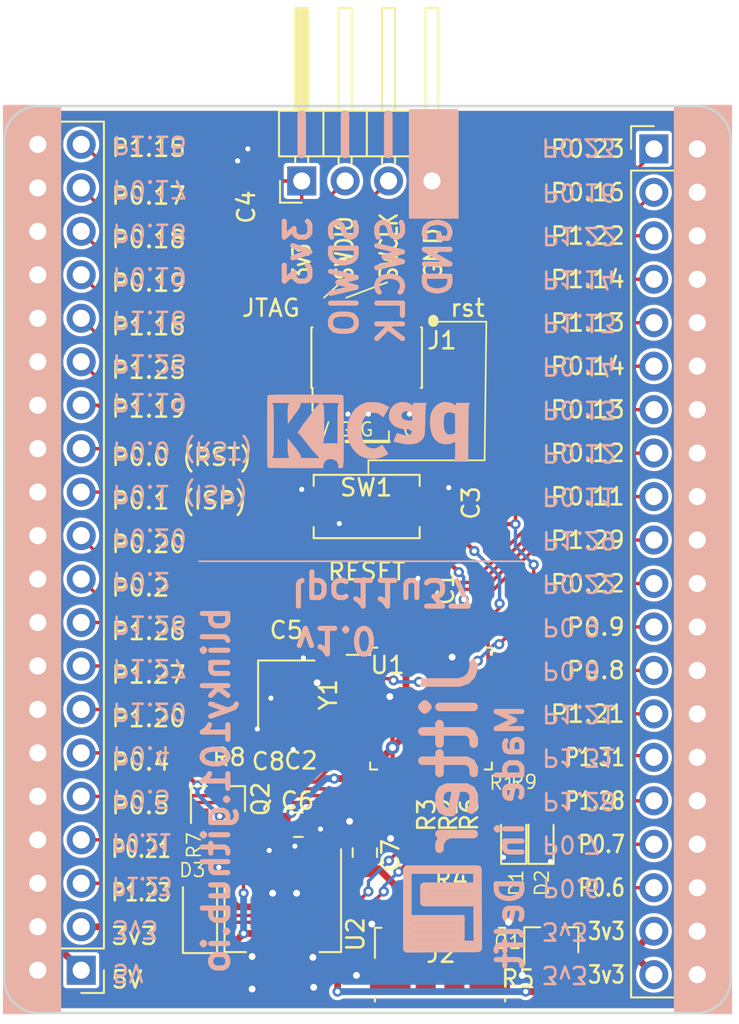
<source format=kicad_pcb>
(kicad_pcb (version 20171130) (host pcbnew "(5.0.1-3-g963ef8bb5)")
  (layers (0 F.Cu signal) (31 B.Cu signal) (34 B.Paste user hide) (35 F.Paste user hide) (36 B.SilkS user) (37 F.SilkS user) (38 B.Mask user) (39 F.Mask user) (44 Edge.Cuts user))
  (net 0 "")
  (net 1 GND)
  (net 2 +3V3)
  (net 3 /RESET)
  (net 4 +5V)
  (net 5 "Net-(D1-Pad2)")
  (net 6 /SWCLK)
  (net 7 /SWDIO)
  (net 8 /USBD+)
  (net 9 /USBD-)
  (net 10 "Net-(R2-Pad2)")
  (net 11 "Net-(R3-Pad2)")
  (net 12 "Net-(C5-Pad1)")
  (net 13 "Net-(C8-Pad1)")
  (net 14 /ISP)
  (net 15 "Net-(Q1-Pad1)")
  (net 16 "Net-(R6-Pad2)")
  (net 17 "Net-(J2-Pad4)")
  (net 18 "Net-(J1-Pad6)")
  (net 19 "Net-(J1-Pad7)")
  (net 20 "Net-(J1-Pad8)")
  (net 21 /P0_11)
  (net 22 /P0_12)
  (net 23 /P0_13)
  (net 24 /P0_14)
  (net 25 /P1_13)
  (net 26 /P1_14)
  (net 27 /P1_22)
  (net 28 /P0_7)
  (net 29 /P1_28)
  (net 30 /P1_31)
  (net 31 /P1_21)
  (net 32 /P0_8)
  (net 33 /P0_9)
  (net 34 /P1_29)
  (net 35 /P0_6)
  (net 36 /P0_22)
  (net 37 /P0_16)
  (net 38 /P0_23)
  (net 39 /P1_25)
  (net 40 /P1_19)
  (net 41 /P0_20)
  (net 42 /P0_2)
  (net 43 /P1_26)
  (net 44 /P1_27)
  (net 45 /P1_20)
  (net 46 /P0_4)
  (net 47 /P0_5)
  (net 48 /P0_21)
  (net 49 /P1_23)
  (net 50 /P1_15)
  (net 51 /P0_17)
  (net 52 /P0_18)
  (net 53 /P0_19)
  (net 54 /P1_16)
  (net 55 /Vdebug)
  (net 56 "Net-(Q1-Pad3)")
  (net 57 "Net-(D2-Pad2)")
  (net 58 "Net-(D3-Pad1)")
  (module Symbol:Symbol_Jitter-Icon_CopperAndSilkScreenTop (layer B.Cu) (at 34.1 54 270)
    (fp_text reference REF** hide)
    (fp_text value "Jitter Icon" hide)
  )
  (module Diode_SMD:D_SOD-123F (layer F.Cu) (at 19.95 54.6 90)
    (fp_text reference D3 (at 2.65 -0.45 180) (layer F.SilkS) (effects (font (size 0.8 0.8) (thickness 0.1))))
    (fp_text value D)
    (pad 1 smd rect (at -1.4 0 90) (size 1.1 1.1) (layers F.Cu F.Paste F.Mask) (net 58 "Net-(D3-Pad1)"))
    (pad 2 smd rect (at 1.4 0 90) (size 1.1 1.1) (layers F.Cu F.Paste F.Mask) (net 4 +5V))
  )
  (module LED_SMD:LED_0603_1608Metric (layer F.Cu) (at 39.9 50.1 90)
    (fp_text reference D2 (at -2.6 0.05 90) (layer F.SilkS) (effects (font (size 0.8 0.8) (thickness 0.1))))
    (fp_text value LED)
    (pad 1 smd roundrect (at -0.7875 0 90) (size 0.875 0.95) (layers F.Cu F.Paste F.Mask) (net 1 GND))
    (pad 2 smd roundrect (at 0.7875 0 90) (size 0.875 0.95) (layers F.Cu F.Paste F.Mask) (net 57 "Net-(D2-Pad2)"))
  )
  (module Resistor_SMD:R_0402_1005Metric (layer F.Cu) (at 39.95 47.4 270)
    (fp_text reference R9 (at -0.6 1.05 180) (layer F.SilkS) (effects (font (size 0.8 0.8) (thickness 0.1))))
    (fp_text value 270R)
    (pad 1 smd roundrect (at -0.485 0 270) (size 0.59 0.64) (layers F.Cu F.Paste F.Mask) (net 29 /P1_28))
    (pad 2 smd roundrect (at 0.485 0 270) (size 0.59 0.64) (layers F.Cu F.Paste F.Mask) (net 57 "Net-(D2-Pad2)"))
  )
  (module Package_TO_SOT_SMD:SOT-23 (layer F.Cu) (at 21 47.8 90)
    (fp_text reference Q2 (at 0 2.5 90) (layer F.SilkS))
    (fp_text value DMP2035U)
    (pad 1 smd rect (at -1 -0.95 90) (size 0.9 0.8) (layers F.Cu F.Paste F.Mask) (net 4 +5V))
    (pad 2 smd rect (at -1 0.95 90) (size 0.9 0.8) (layers F.Cu F.Paste F.Mask) (net 2 +3V3))
    (pad 3 smd rect (at 1 0 90) (size 0.9 0.8) (layers F.Cu F.Paste F.Mask) (net 55 /Vdebug))
  )
  (module Resistor_SMD:R_0402_1005Metric (layer F.Cu) (at 19.7 45.5)
    (fp_text reference R8 (at 1.95 -0.15) (layer F.SilkS))
    (fp_text value 47k)
    (pad 2 smd roundrect (at 0.485 0) (size 0.59 0.64) (layers F.Cu F.Paste F.Mask) (net 55 /Vdebug))
    (pad 1 smd roundrect (at -0.485 0) (size 0.59 0.64) (layers F.Cu F.Paste F.Mask) (net 2 +3V3))
  )
  (module Resistor_SMD:R_0402_1005Metric (layer F.Cu) (at 20.6 50.9 270)
    (fp_text reference R7 (at -0.4 1 270) (layer F.SilkS) (effects (font (size 0.8 0.8) (thickness 0.1))))
    (fp_text value 47k)
    (pad 1 smd roundrect (at -0.485 0 270) (size 0.59 0.64) (layers F.Cu F.Paste F.Mask) (net 4 +5V))
    (pad 2 smd roundrect (at 0.485 0 270) (size 0.59 0.64) (layers F.Cu F.Paste F.Mask) (net 1 GND))
  )
  (module Jitter_Footprints:PinHeader_2x20_P2.54mm_Vertical_numbers_topbottom (layer F.Cu) (at 46.5 9.8)
    (fp_text reference J5 hide)
    (fp_text value Conn_01x16_Male)
    (pad 40 thru_hole oval (at 2.54 48.26) (size 1.7 1.7) (drill 1) (layers *.Cu *.Mask) (net 1 GND))
    (pad 20 thru_hole oval (at 0 48.26) (size 1.7 1.7) (drill 1) (layers *.Cu *.Mask) (net 2 +3V3))
    (pad 39 thru_hole oval (at 2.54 45.72) (size 1.7 1.7) (drill 1) (layers *.Cu *.Mask) (net 1 GND))
    (pad 19 thru_hole oval (at 0 45.72) (size 1.7 1.7) (drill 1) (layers *.Cu *.Mask) (net 2 +3V3))
    (pad 38 thru_hole oval (at 2.54 43.18) (size 1.7 1.7) (drill 1) (layers *.Cu *.Mask) (net 1 GND))
    (pad 18 thru_hole oval (at 0 43.18) (size 1.7 1.7) (drill 1) (layers *.Cu *.Mask) (net 35 /P0_6))
    (pad 37 thru_hole oval (at 2.54 40.64) (size 1.7 1.7) (drill 1) (layers *.Cu *.Mask) (net 1 GND))
    (pad 17 thru_hole oval (at 0 40.64) (size 1.7 1.7) (drill 1) (layers *.Cu *.Mask) (net 28 /P0_7))
    (pad 36 thru_hole oval (at 2.54 38.1) (size 1.7 1.7) (drill 1) (layers *.Cu *.Mask) (net 1 GND))
    (pad 16 thru_hole oval (at 0 38.1) (size 1.7 1.7) (drill 1) (layers *.Cu *.Mask) (net 29 /P1_28))
    (pad 35 thru_hole oval (at 2.54 35.56) (size 1.7 1.7) (drill 1) (layers *.Cu *.Mask) (net 1 GND))
    (pad 15 thru_hole oval (at 0 35.56) (size 1.7 1.7) (drill 1) (layers *.Cu *.Mask) (net 30 /P1_31))
    (pad 34 thru_hole oval (at 2.54 33.02) (size 1.7 1.7) (drill 1) (layers *.Cu *.Mask) (net 1 GND))
    (pad 14 thru_hole oval (at 0 33.02) (size 1.7 1.7) (drill 1) (layers *.Cu *.Mask) (net 31 /P1_21))
    (pad 33 thru_hole oval (at 2.54 30.48) (size 1.7 1.7) (drill 1) (layers *.Cu *.Mask) (net 1 GND))
    (pad 13 thru_hole oval (at 0 30.48) (size 1.7 1.7) (drill 1) (layers *.Cu *.Mask) (net 32 /P0_8))
    (pad 32 thru_hole oval (at 2.54 27.94) (size 1.7 1.7) (drill 1) (layers *.Cu *.Mask) (net 1 GND))
    (pad 12 thru_hole oval (at 0 27.94) (size 1.7 1.7) (drill 1) (layers *.Cu *.Mask) (net 33 /P0_9))
    (pad 31 thru_hole oval (at 2.54 25.4) (size 1.7 1.7) (drill 1) (layers *.Cu *.Mask) (net 1 GND))
    (pad 11 thru_hole oval (at 0 25.4) (size 1.7 1.7) (drill 1) (layers *.Cu *.Mask) (net 36 /P0_22))
    (pad 30 thru_hole oval (at 2.54 22.86) (size 1.7 1.7) (drill 1) (layers *.Cu *.Mask) (net 1 GND))
    (pad 10 thru_hole oval (at 0 22.86) (size 1.7 1.7) (drill 1) (layers *.Cu *.Mask) (net 34 /P1_29))
    (pad 29 thru_hole oval (at 2.54 20.32) (size 1.7 1.7) (drill 1) (layers *.Cu *.Mask) (net 1 GND))
    (pad 9 thru_hole oval (at 0 20.32) (size 1.7 1.7) (drill 1) (layers *.Cu *.Mask) (net 21 /P0_11))
    (pad 28 thru_hole oval (at 2.54 17.78) (size 1.7 1.7) (drill 1) (layers *.Cu *.Mask) (net 1 GND))
    (pad 8 thru_hole oval (at 0 17.78) (size 1.7 1.7) (drill 1) (layers *.Cu *.Mask) (net 22 /P0_12))
    (pad 27 thru_hole oval (at 2.54 15.24) (size 1.7 1.7) (drill 1) (layers *.Cu *.Mask) (net 1 GND))
    (pad 7 thru_hole oval (at 0 15.24) (size 1.7 1.7) (drill 1) (layers *.Cu *.Mask) (net 23 /P0_13))
    (pad 26 thru_hole oval (at 2.54 12.7) (size 1.7 1.7) (drill 1) (layers *.Cu *.Mask) (net 1 GND))
    (pad 6 thru_hole oval (at 0 12.7) (size 1.7 1.7) (drill 1) (layers *.Cu *.Mask) (net 24 /P0_14))
    (pad 25 thru_hole oval (at 2.54 10.16) (size 1.7 1.7) (drill 1) (layers *.Cu *.Mask) (net 1 GND))
    (pad 5 thru_hole oval (at 0 10.16) (size 1.7 1.7) (drill 1) (layers *.Cu *.Mask) (net 25 /P1_13))
    (pad 24 thru_hole oval (at 2.54 7.62) (size 1.7 1.7) (drill 1) (layers *.Cu *.Mask) (net 1 GND))
    (pad 4 thru_hole oval (at 0 7.62) (size 1.7 1.7) (drill 1) (layers *.Cu *.Mask) (net 26 /P1_14))
    (pad 23 thru_hole oval (at 2.54 5.08) (size 1.7 1.7) (drill 1) (layers *.Cu *.Mask) (net 1 GND))
    (pad 3 thru_hole oval (at 0 5.08) (size 1.7 1.7) (drill 1) (layers *.Cu *.Mask) (net 27 /P1_22))
    (pad 22 thru_hole oval (at 2.54 2.54) (size 1.7 1.7) (drill 1) (layers *.Cu *.Mask) (net 1 GND))
    (pad 2 thru_hole oval (at 0 2.54) (size 1.7 1.7) (drill 1) (layers *.Cu *.Mask) (net 37 /P0_16))
    (pad 21 thru_hole oval (at 2.54 0) (size 1.7 1.7) (drill 1) (layers *.Cu *.Mask) (net 1 GND))
    (pad 1 thru_hole rect (at 0 0) (size 1.7 1.7) (drill 1) (layers *.Cu *.Mask) (net 38 /P0_23))
  )
  (module Jitter_Footprints:PinHeader_2x20_P2.54mm_Vertical_numbers_topbottom (layer F.Cu) (at 13 57.8 180)
    (fp_text reference J4 hide)
    (fp_text value Conn_01x16_Male)
    (pad 1 thru_hole rect (at 0 0 180) (size 1.7 1.7) (drill 1) (layers *.Cu *.Mask) (net 58 "Net-(D3-Pad1)"))
    (pad 21 thru_hole oval (at 2.54 0 180) (size 1.7 1.7) (drill 1) (layers *.Cu *.Mask) (net 1 GND))
    (pad 2 thru_hole oval (at 0 2.54 180) (size 1.7 1.7) (drill 1) (layers *.Cu *.Mask) (net 2 +3V3))
    (pad 22 thru_hole oval (at 2.54 2.54 180) (size 1.7 1.7) (drill 1) (layers *.Cu *.Mask) (net 1 GND))
    (pad 3 thru_hole oval (at 0 5.08 180) (size 1.7 1.7) (drill 1) (layers *.Cu *.Mask) (net 49 /P1_23))
    (pad 23 thru_hole oval (at 2.54 5.08 180) (size 1.7 1.7) (drill 1) (layers *.Cu *.Mask) (net 1 GND))
    (pad 4 thru_hole oval (at 0 7.62 180) (size 1.7 1.7) (drill 1) (layers *.Cu *.Mask) (net 48 /P0_21))
    (pad 24 thru_hole oval (at 2.54 7.62 180) (size 1.7 1.7) (drill 1) (layers *.Cu *.Mask) (net 1 GND))
    (pad 5 thru_hole oval (at 0 10.16 180) (size 1.7 1.7) (drill 1) (layers *.Cu *.Mask) (net 47 /P0_5))
    (pad 25 thru_hole oval (at 2.54 10.16 180) (size 1.7 1.7) (drill 1) (layers *.Cu *.Mask) (net 1 GND))
    (pad 6 thru_hole oval (at 0 12.7 180) (size 1.7 1.7) (drill 1) (layers *.Cu *.Mask) (net 46 /P0_4))
    (pad 26 thru_hole oval (at 2.54 12.7 180) (size 1.7 1.7) (drill 1) (layers *.Cu *.Mask) (net 1 GND))
    (pad 7 thru_hole oval (at 0 15.24 180) (size 1.7 1.7) (drill 1) (layers *.Cu *.Mask) (net 45 /P1_20))
    (pad 27 thru_hole oval (at 2.54 15.24 180) (size 1.7 1.7) (drill 1) (layers *.Cu *.Mask) (net 1 GND))
    (pad 8 thru_hole oval (at 0 17.78 180) (size 1.7 1.7) (drill 1) (layers *.Cu *.Mask) (net 44 /P1_27))
    (pad 28 thru_hole oval (at 2.54 17.78 180) (size 1.7 1.7) (drill 1) (layers *.Cu *.Mask) (net 1 GND))
    (pad 9 thru_hole oval (at 0 20.32 180) (size 1.7 1.7) (drill 1) (layers *.Cu *.Mask) (net 43 /P1_26))
    (pad 29 thru_hole oval (at 2.54 20.32 180) (size 1.7 1.7) (drill 1) (layers *.Cu *.Mask) (net 1 GND))
    (pad 10 thru_hole oval (at 0 22.86 180) (size 1.7 1.7) (drill 1) (layers *.Cu *.Mask) (net 42 /P0_2))
    (pad 30 thru_hole oval (at 2.54 22.86 180) (size 1.7 1.7) (drill 1) (layers *.Cu *.Mask) (net 1 GND))
    (pad 11 thru_hole oval (at 0 25.4 180) (size 1.7 1.7) (drill 1) (layers *.Cu *.Mask) (net 41 /P0_20))
    (pad 31 thru_hole oval (at 2.54 25.4 180) (size 1.7 1.7) (drill 1) (layers *.Cu *.Mask) (net 1 GND))
    (pad 12 thru_hole oval (at 0 27.94 180) (size 1.7 1.7) (drill 1) (layers *.Cu *.Mask) (net 14 /ISP))
    (pad 32 thru_hole oval (at 2.54 27.94 180) (size 1.7 1.7) (drill 1) (layers *.Cu *.Mask) (net 1 GND))
    (pad 13 thru_hole oval (at 0 30.48 180) (size 1.7 1.7) (drill 1) (layers *.Cu *.Mask) (net 3 /RESET))
    (pad 33 thru_hole oval (at 2.54 30.48 180) (size 1.7 1.7) (drill 1) (layers *.Cu *.Mask) (net 1 GND))
    (pad 14 thru_hole oval (at 0 33.02 180) (size 1.7 1.7) (drill 1) (layers *.Cu *.Mask) (net 40 /P1_19))
    (pad 34 thru_hole oval (at 2.54 33.02 180) (size 1.7 1.7) (drill 1) (layers *.Cu *.Mask) (net 1 GND))
    (pad 15 thru_hole oval (at 0 35.56 180) (size 1.7 1.7) (drill 1) (layers *.Cu *.Mask) (net 39 /P1_25))
    (pad 35 thru_hole oval (at 2.54 35.56 180) (size 1.7 1.7) (drill 1) (layers *.Cu *.Mask) (net 1 GND))
    (pad 16 thru_hole oval (at 0 38.1 180) (size 1.7 1.7) (drill 1) (layers *.Cu *.Mask) (net 54 /P1_16))
    (pad 36 thru_hole oval (at 2.54 38.1 180) (size 1.7 1.7) (drill 1) (layers *.Cu *.Mask) (net 1 GND))
    (pad 17 thru_hole oval (at 0 40.64 180) (size 1.7 1.7) (drill 1) (layers *.Cu *.Mask) (net 53 /P0_19))
    (pad 37 thru_hole oval (at 2.54 40.64 180) (size 1.7 1.7) (drill 1) (layers *.Cu *.Mask) (net 1 GND))
    (pad 18 thru_hole oval (at 0 43.18 180) (size 1.7 1.7) (drill 1) (layers *.Cu *.Mask) (net 52 /P0_18))
    (pad 38 thru_hole oval (at 2.54 43.18 180) (size 1.7 1.7) (drill 1) (layers *.Cu *.Mask) (net 1 GND))
    (pad 19 thru_hole oval (at 0 45.72 180) (size 1.7 1.7) (drill 1) (layers *.Cu *.Mask) (net 51 /P0_17))
    (pad 39 thru_hole oval (at 2.54 45.72 180) (size 1.7 1.7) (drill 1) (layers *.Cu *.Mask) (net 1 GND))
    (pad 20 thru_hole oval (at 0 48.26 180) (size 1.7 1.7) (drill 1) (layers *.Cu *.Mask) (net 50 /P1_15))
    (pad 40 thru_hole oval (at 2.54 48.26 180) (size 1.7 1.7) (drill 1) (layers *.Cu *.Mask) (net 1 GND))
  )
  (module Capacitor_SMD:C_0402_1005Metric (layer F.Cu) (at 25.9 44.3 180)
    (fp_text reference C2 (at 0.05 -1.25 180) (layer F.SilkS))
    (fp_text value 100nF)
    (pad 2 smd roundrect (at 0.485 0 180) (size 0.59 0.64) (layers F.Cu F.Paste F.Mask) (net 1 GND))
    (pad 1 smd roundrect (at -0.485 0 180) (size 0.59 0.64) (layers F.Cu F.Paste F.Mask) (net 2 +3V3))
  )
  (module Resistor_SMD:R_0402_1005Metric (layer F.Cu) (at 33.292498 50.630002 90)
    (fp_text reference R3 (at 1.9 -0.092498 90) (layer F.SilkS))
    (fp_text value 33R)
    (pad 2 smd roundrect (at 0.485 0 90) (size 0.59 0.64) (layers F.Cu F.Paste F.Mask) (net 11 "Net-(R3-Pad2)"))
    (pad 1 smd roundrect (at -0.485 0 90) (size 0.59 0.64) (layers F.Cu F.Paste F.Mask) (net 9 /USBD-))
  )
  (module Resistor_SMD:R_0402_1005Metric (layer F.Cu) (at 34.492498 50.630002 90)
    (fp_text reference R2 (at 1.9 0 90) (layer F.SilkS))
    (fp_text value 33R)
    (pad 1 smd roundrect (at -0.485 0 90) (size 0.59 0.64) (layers F.Cu F.Paste F.Mask) (net 8 /USBD+))
    (pad 2 smd roundrect (at 0.485 0 90) (size 0.59 0.64) (layers F.Cu F.Paste F.Mask) (net 10 "Net-(R2-Pad2)"))
  )
  (module LED_SMD:LED_0603_1608Metric (layer F.Cu) (at 38.3 50.1 90)
    (fp_text reference D1 (at -2.6 0.15 90) (layer F.SilkS) (effects (font (size 0.8 0.8) (thickness 0.1))))
    (fp_text value LED)
    (pad 1 smd roundrect (at -0.7875 0 90) (size 0.875 0.95) (layers F.Cu F.Paste F.Mask) (net 1 GND))
    (pad 2 smd roundrect (at 0.7875 0 90) (size 0.875 0.95) (layers F.Cu F.Paste F.Mask) (net 5 "Net-(D1-Pad2)"))
  )
  (module Capacitor_SMD:C_0402_1005Metric (layer F.Cu) (at 32.7 36 90)
    (fp_text reference C1 (at 0.5 1.6 90) (layer F.SilkS))
    (fp_text value 100nF)
    (pad 1 smd roundrect (at -0.485 0 90) (size 0.59 0.64) (layers F.Cu F.Paste F.Mask) (net 2 +3V3))
    (pad 2 smd roundrect (at 0.485 0 90) (size 0.59 0.64) (layers F.Cu F.Paste F.Mask) (net 1 GND))
  )
  (module Capacitor_SMD:C_0402_1005Metric (layer F.Cu) (at 24 44.3 180)
    (fp_text reference C8 (at 0.05 -1.3 180) (layer F.SilkS))
    (fp_text value 18pF)
    (pad 1 smd roundrect (at -0.485 0 180) (size 0.59 0.64) (layers F.Cu F.Paste F.Mask) (net 13 "Net-(C8-Pad1)"))
    (pad 2 smd roundrect (at 0.485 0 180) (size 0.59 0.64) (layers F.Cu F.Paste F.Mask) (net 1 GND))
  )
  (module Capacitor_SMD:C_0402_1005Metric (layer F.Cu) (at 34.5 30.6 90)
    (fp_text reference C3 (at 0.1 1.3 270) (layer F.SilkS))
    (fp_text value 18pF)
    (pad 1 smd roundrect (at -0.485 0 90) (size 0.59 0.64) (layers F.Cu F.Paste F.Mask) (net 3 /RESET))
    (pad 2 smd roundrect (at 0.485 0 90) (size 0.59 0.64) (layers F.Cu F.Paste F.Mask) (net 1 GND))
  )
  (module Connector_PinHeader_2.54mm:PinHeader_1x04_P2.54mm_Horizontal (layer F.Cu) (at 25.9 11.675 90)
    (fp_text reference J3 (at 2.775 7.5) (layer F.SilkS))
    (fp_text value Conn_01x04_Male)
    (pad 1 thru_hole rect (at 0 0 90) (size 1.7 1.7) (drill 1) (layers *.Cu *.Mask) (net 55 /Vdebug))
    (pad 2 thru_hole oval (at 0 2.54 90) (size 1.7 1.7) (drill 1) (layers *.Cu *.Mask) (net 7 /SWDIO))
    (pad 3 thru_hole oval (at 0 5.08 90) (size 1.7 1.7) (drill 1) (layers *.Cu *.Mask) (net 6 /SWCLK))
    (pad 4 thru_hole oval (at 0 7.62 90) (size 1.7 1.7) (drill 1) (layers *.Cu *.Mask) (net 1 GND))
  )
  (module Resistor_SMD:R_0402_1005Metric (layer F.Cu) (at 37.9 47.9)
    (fp_text reference R1 (at -0.25 -1.05) (layer F.SilkS) (effects (font (size 0.8 0.8) (thickness 0.1))))
    (fp_text value 270R)
    (pad 1 smd roundrect (at -0.485 0) (size 0.59 0.64) (layers F.Cu F.Paste F.Mask) (net 28 /P0_7))
    (pad 2 smd roundrect (at 0.485 0) (size 0.59 0.64) (layers F.Cu F.Paste F.Mask) (net 5 "Net-(D1-Pad2)"))
  )
  (module Resistor_SMD:R_0402_1005Metric (layer F.Cu) (at 34.692498 53.530002)
    (fp_text reference R4 (at -0.042498 -1.030002) (layer F.SilkS))
    (fp_text value 1k5)
    (pad 1 smd roundrect (at -0.485 0) (size 0.59 0.64) (layers F.Cu F.Paste F.Mask) (net 8 /USBD+))
    (pad 2 smd roundrect (at 0.485 0) (size 0.59 0.64) (layers F.Cu F.Paste F.Mask) (net 56 "Net-(Q1-Pad3)"))
  )
  (module Connector_USB:USB_Micro-B_Molex_47346-0001 (layer F.Cu) (at 33.992498 57.030002)
    (fp_text reference J2 (at 0.057502 -0.180002 180) (layer F.SilkS))
    (fp_text value USB_B_Micro)
    (pad 1 smd rect (at -1.3 -1.46) (size 0.45 1.38) (layers F.Cu F.Paste F.Mask) (net 4 +5V))
    (pad 2 smd rect (at -0.65 -1.46) (size 0.45 1.38) (layers F.Cu F.Paste F.Mask) (net 9 /USBD-))
    (pad 3 smd rect (at 0 -1.46) (size 0.45 1.38) (layers F.Cu F.Paste F.Mask) (net 8 /USBD+))
    (pad 4 smd rect (at 0.65 -1.46) (size 0.45 1.38) (layers F.Cu F.Paste F.Mask) (net 17 "Net-(J2-Pad4)"))
    (pad 5 smd rect (at 1.3 -1.46) (size 0.45 1.38) (layers F.Cu F.Paste F.Mask) (net 1 GND))
    (pad 6 smd rect (at -2.4625 -1.1) (size 1.475 2.1) (layers F.Cu F.Paste F.Mask) (net 1 GND))
    (pad 6 smd rect (at 2.4625 -1.1) (size 1.475 2.1) (layers F.Cu F.Paste F.Mask) (net 1 GND))
    (pad 6 smd rect (at -2.91 1.2) (size 2.375 1.9) (layers F.Cu F.Paste F.Mask) (net 1 GND))
    (pad 6 smd rect (at 2.91 1.2) (size 2.375 1.9) (layers F.Cu F.Paste F.Mask) (net 1 GND))
    (pad 6 smd rect (at -0.84 1.2) (size 1.175 1.9) (layers F.Cu F.Paste F.Mask) (net 1 GND))
    (pad 6 smd rect (at 0.84 1.2) (size 1.175 1.9) (layers F.Cu F.Paste F.Mask) (net 1 GND))
  )
  (module Package_TO_SOT_SMD:SOT-223-3_TabPin2 (layer F.Cu) (at 24.792498 54.830002 270)
    (fp_text reference U2 (at 0.869998 -4.257502 270) (layer F.SilkS))
    (fp_text value MCP1825S)
    (pad 2 smd rect (at 3.15 0 270) (size 2 3.8) (layers F.Cu F.Paste F.Mask) (net 1 GND))
    (pad 2 smd rect (at -3.15 0 270) (size 2 1.5) (layers F.Cu F.Paste F.Mask) (net 1 GND))
    (pad 3 smd rect (at -3.15 2.3 270) (size 2 1.5) (layers F.Cu F.Paste F.Mask) (net 2 +3V3))
    (pad 1 smd rect (at -3.15 -2.3 270) (size 2 1.5) (layers F.Cu F.Paste F.Mask) (net 4 +5V))
  )
  (module Capacitor_SMD:C_0402_1005Metric (layer F.Cu) (at 25 39.1)
    (fp_text reference C5 (at 0 -1.17) (layer F.SilkS))
    (fp_text value 18pF)
    (pad 1 smd roundrect (at -0.485 0) (size 0.59 0.64) (layers F.Cu F.Paste F.Mask) (net 12 "Net-(C5-Pad1)"))
    (pad 2 smd roundrect (at 0.485 0) (size 0.59 0.64) (layers F.Cu F.Paste F.Mask) (net 1 GND))
  )
  (module Capacitor_SMD:C_0805_2012Metric (layer F.Cu) (at 29.592498 50.930002 270)
    (fp_text reference C7 (at 0.169998 -1.507502 270) (layer F.SilkS))
    (fp_text value 10µF)
    (pad 1 smd roundrect (at -0.9375 0 270) (size 0.975 1.4) (layers F.Cu F.Paste F.Mask) (net 1 GND))
    (pad 2 smd roundrect (at 0.9375 0 270) (size 0.975 1.4) (layers F.Cu F.Paste F.Mask) (net 4 +5V))
  )
  (module Button_Switch_SMD:SW_SPST_EVQPE1 (layer F.Cu) (at 29.7 30.7 180)
    (fp_text reference SW1 (at 0.030002 1.107502 180) (layer F.SilkS))
    (fp_text value SW_Push)
    (pad 2 smd rect (at 2.7 0 180) (size 2 1.6) (layers F.Cu F.Paste F.Mask) (net 1 GND))
    (pad 1 smd rect (at -2.7 0 180) (size 2 1.6) (layers F.Cu F.Paste F.Mask) (net 3 /RESET))
  )
  (module Capacitor_SMD:C_0805_2012Metric (layer F.Cu) (at 25.7 49.3 180)
    (fp_text reference C6 (at 0.05 1.4 180) (layer F.SilkS))
    (fp_text value 4.7µF)
    (pad 1 smd roundrect (at -0.9375 0 180) (size 0.975 1.4) (layers F.Cu F.Paste F.Mask) (net 1 GND))
    (pad 2 smd roundrect (at 0.9375 0 180) (size 0.975 1.4) (layers F.Cu F.Paste F.Mask) (net 2 +3V3))
  )
  (module Connector_PinHeader_1.27mm:PinHeader_2x05_P1.27mm_Vertical_SMD (layer F.Cu) (at 29.7 22 90)
    (fp_text reference J1 (at 1 4.4 180) (layer F.SilkS))
    (fp_text value Conn_ARM_JTAG_SWD_10)
    (pad 1 smd rect (at -1.95 -2.54 90) (size 2.4 0.74) (layers F.Cu F.Paste F.Mask) (net 55 /Vdebug))
    (pad 2 smd rect (at 1.95 -2.54 90) (size 2.4 0.74) (layers F.Cu F.Paste F.Mask) (net 7 /SWDIO))
    (pad 3 smd rect (at -1.95 -1.27 90) (size 2.4 0.74) (layers F.Cu F.Paste F.Mask) (net 1 GND))
    (pad 4 smd rect (at 1.95 -1.27 90) (size 2.4 0.74) (layers F.Cu F.Paste F.Mask) (net 6 /SWCLK))
    (pad 5 smd rect (at -1.95 0 90) (size 2.4 0.74) (layers F.Cu F.Paste F.Mask) (net 1 GND))
    (pad 6 smd rect (at 1.95 0 90) (size 2.4 0.74) (layers F.Cu F.Paste F.Mask) (net 18 "Net-(J1-Pad6)"))
    (pad 7 smd rect (at -1.95 1.27 90) (size 2.4 0.74) (layers F.Cu F.Paste F.Mask) (net 19 "Net-(J1-Pad7)"))
    (pad 8 smd rect (at 1.95 1.27 90) (size 2.4 0.74) (layers F.Cu F.Paste F.Mask) (net 20 "Net-(J1-Pad8)"))
    (pad 9 smd rect (at -1.95 2.54 90) (size 2.4 0.74) (layers F.Cu F.Paste F.Mask) (net 1 GND))
    (pad 10 smd rect (at 1.95 2.54 90) (size 2.4 0.74) (layers F.Cu F.Paste F.Mask) (net 3 /RESET))
  )
  (module Capacitor_SMD:C_0402_1005Metric (layer F.Cu) (at 22.75 11.1 90)
    (fp_text reference C4 (at -2.1 -0.092498 90) (layer F.SilkS))
    (fp_text value 100nF)
    (pad 2 smd roundrect (at 0.485 0 90) (size 0.59 0.64) (layers F.Cu F.Paste F.Mask) (net 1 GND))
    (pad 1 smd roundrect (at -0.485 0 90) (size 0.59 0.64) (layers F.Cu F.Paste F.Mask) (net 55 /Vdebug))
  )
  (module Package_QFP:LQFP-48_7x7mm_P0.5mm (layer F.Cu) (at 33.462498 42.510002)
    (fp_text reference U1 (at -2.54 -2.54) (layer F.SilkS))
    (fp_text value LPC11U37FBD48-401_)
    (pad 1 smd rect (at -4.35 -2.75) (size 1.3 0.25) (layers F.Cu F.Paste F.Mask) (net 39 /P1_25))
    (pad 2 smd rect (at -4.35 -2.25) (size 1.3 0.25) (layers F.Cu F.Paste F.Mask) (net 40 /P1_19))
    (pad 3 smd rect (at -4.35 -1.75) (size 1.3 0.25) (layers F.Cu F.Paste F.Mask) (net 3 /RESET))
    (pad 4 smd rect (at -4.35 -1.25) (size 1.3 0.25) (layers F.Cu F.Paste F.Mask) (net 14 /ISP))
    (pad 5 smd rect (at -4.35 -0.75) (size 1.3 0.25) (layers F.Cu F.Paste F.Mask) (net 1 GND))
    (pad 6 smd rect (at -4.35 -0.25) (size 1.3 0.25) (layers F.Cu F.Paste F.Mask) (net 12 "Net-(C5-Pad1)"))
    (pad 7 smd rect (at -4.35 0.25) (size 1.3 0.25) (layers F.Cu F.Paste F.Mask) (net 13 "Net-(C8-Pad1)"))
    (pad 8 smd rect (at -4.35 0.75) (size 1.3 0.25) (layers F.Cu F.Paste F.Mask) (net 2 +3V3))
    (pad 9 smd rect (at -4.35 1.25) (size 1.3 0.25) (layers F.Cu F.Paste F.Mask) (net 41 /P0_20))
    (pad 10 smd rect (at -4.35 1.75) (size 1.3 0.25) (layers F.Cu F.Paste F.Mask) (net 42 /P0_2))
    (pad 11 smd rect (at -4.35 2.25) (size 1.3 0.25) (layers F.Cu F.Paste F.Mask) (net 43 /P1_26))
    (pad 12 smd rect (at -4.35 2.75) (size 1.3 0.25) (layers F.Cu F.Paste F.Mask) (net 44 /P1_27))
    (pad 13 smd rect (at -2.75 4.35 90) (size 1.3 0.25) (layers F.Cu F.Paste F.Mask) (net 45 /P1_20))
    (pad 14 smd rect (at -2.25 4.35 90) (size 1.3 0.25) (layers F.Cu F.Paste F.Mask) (net 2 +3V3))
    (pad 15 smd rect (at -1.75 4.35 90) (size 1.3 0.25) (layers F.Cu F.Paste F.Mask) (net 46 /P0_4))
    (pad 16 smd rect (at -1.25 4.35 90) (size 1.3 0.25) (layers F.Cu F.Paste F.Mask) (net 47 /P0_5))
    (pad 17 smd rect (at -0.75 4.35 90) (size 1.3 0.25) (layers F.Cu F.Paste F.Mask) (net 48 /P0_21))
    (pad 18 smd rect (at -0.25 4.35 90) (size 1.3 0.25) (layers F.Cu F.Paste F.Mask) (net 49 /P1_23))
    (pad 19 smd rect (at 0.25 4.35 90) (size 1.3 0.25) (layers F.Cu F.Paste F.Mask) (net 11 "Net-(R3-Pad2)"))
    (pad 20 smd rect (at 0.75 4.35 90) (size 1.3 0.25) (layers F.Cu F.Paste F.Mask) (net 10 "Net-(R2-Pad2)"))
    (pad 21 smd rect (at 1.25 4.35 90) (size 1.3 0.25) (layers F.Cu F.Paste F.Mask) (net 16 "Net-(R6-Pad2)"))
    (pad 22 smd rect (at 1.75 4.35 90) (size 1.3 0.25) (layers F.Cu F.Paste F.Mask) (net 35 /P0_6))
    (pad 23 smd rect (at 2.25 4.35 90) (size 1.3 0.25) (layers F.Cu F.Paste F.Mask) (net 28 /P0_7))
    (pad 24 smd rect (at 2.75 4.35 90) (size 1.3 0.25) (layers F.Cu F.Paste F.Mask) (net 29 /P1_28))
    (pad 25 smd rect (at 4.35 2.75) (size 1.3 0.25) (layers F.Cu F.Paste F.Mask) (net 30 /P1_31))
    (pad 26 smd rect (at 4.35 2.25) (size 1.3 0.25) (layers F.Cu F.Paste F.Mask) (net 31 /P1_21))
    (pad 27 smd rect (at 4.35 1.75) (size 1.3 0.25) (layers F.Cu F.Paste F.Mask) (net 32 /P0_8))
    (pad 28 smd rect (at 4.35 1.25) (size 1.3 0.25) (layers F.Cu F.Paste F.Mask) (net 33 /P0_9))
    (pad 29 smd rect (at 4.35 0.75) (size 1.3 0.25) (layers F.Cu F.Paste F.Mask) (net 6 /SWCLK))
    (pad 30 smd rect (at 4.35 0.25) (size 1.3 0.25) (layers F.Cu F.Paste F.Mask) (net 36 /P0_22))
    (pad 31 smd rect (at 4.35 -0.25) (size 1.3 0.25) (layers F.Cu F.Paste F.Mask) (net 34 /P1_29))
    (pad 32 smd rect (at 4.35 -0.75) (size 1.3 0.25) (layers F.Cu F.Paste F.Mask) (net 21 /P0_11))
    (pad 33 smd rect (at 4.35 -1.25) (size 1.3 0.25) (layers F.Cu F.Paste F.Mask) (net 22 /P0_12))
    (pad 34 smd rect (at 4.35 -1.75) (size 1.3 0.25) (layers F.Cu F.Paste F.Mask) (net 23 /P0_13))
    (pad 35 smd rect (at 4.35 -2.25) (size 1.3 0.25) (layers F.Cu F.Paste F.Mask) (net 24 /P0_14))
    (pad 36 smd rect (at 4.35 -2.75) (size 1.3 0.25) (layers F.Cu F.Paste F.Mask) (net 25 /P1_13))
    (pad 37 smd rect (at 2.75 -4.35 90) (size 1.3 0.25) (layers F.Cu F.Paste F.Mask) (net 26 /P1_14))
    (pad 38 smd rect (at 2.25 -4.35 90) (size 1.3 0.25) (layers F.Cu F.Paste F.Mask) (net 27 /P1_22))
    (pad 39 smd rect (at 1.75 -4.35 90) (size 1.3 0.25) (layers F.Cu F.Paste F.Mask) (net 7 /SWDIO))
    (pad 40 smd rect (at 1.25 -4.35 90) (size 1.3 0.25) (layers F.Cu F.Paste F.Mask) (net 37 /P0_16))
    (pad 41 smd rect (at 0.75 -4.35 90) (size 1.3 0.25) (layers F.Cu F.Paste F.Mask) (net 1 GND))
    (pad 42 smd rect (at 0.25 -4.35 90) (size 1.3 0.25) (layers F.Cu F.Paste F.Mask) (net 38 /P0_23))
    (pad 43 smd rect (at -0.25 -4.35 90) (size 1.3 0.25) (layers F.Cu F.Paste F.Mask) (net 50 /P1_15))
    (pad 44 smd rect (at -0.75 -4.35 90) (size 1.3 0.25) (layers F.Cu F.Paste F.Mask) (net 2 +3V3))
    (pad 45 smd rect (at -1.25 -4.35 90) (size 1.3 0.25) (layers F.Cu F.Paste F.Mask) (net 51 /P0_17))
    (pad 46 smd rect (at -1.75 -4.35 90) (size 1.3 0.25) (layers F.Cu F.Paste F.Mask) (net 52 /P0_18))
    (pad 47 smd rect (at -2.25 -4.35 90) (size 1.3 0.25) (layers F.Cu F.Paste F.Mask) (net 53 /P0_19))
    (pad 48 smd rect (at -2.75 -4.35 90) (size 1.3 0.25) (layers F.Cu F.Paste F.Mask) (net 54 /P1_16))
  )
  (module Package_TO_SOT_SMD:SOT-23 (layer F.Cu) (at 40.5 56.05 90)
    (fp_text reference Q1 (at -0.1 -2.55) (layer F.SilkS) (effects (font (size 0.8 0.8) (thickness 0.1))))
    (fp_text value DMP2035U)
    (pad 1 smd rect (at -1 -0.95 90) (size 0.9 0.8) (layers F.Cu F.Paste F.Mask) (net 15 "Net-(Q1-Pad1)"))
    (pad 2 smd rect (at -1 0.95 90) (size 0.9 0.8) (layers F.Cu F.Paste F.Mask) (net 2 +3V3))
    (pad 3 smd rect (at 1 0 90) (size 0.9 0.8) (layers F.Cu F.Paste F.Mask) (net 56 "Net-(Q1-Pad3)"))
  )
  (module Resistor_SMD:R_0402_1005Metric (layer F.Cu) (at 40.5 58.3)
    (fp_text reference R5 (at -1.95 0) (layer F.SilkS))
    (fp_text value 47k)
    (pad 2 smd roundrect (at 0.485 0) (size 0.59 0.64) (layers F.Cu F.Paste F.Mask) (net 2 +3V3))
    (pad 1 smd roundrect (at -0.485 0) (size 0.59 0.64) (layers F.Cu F.Paste F.Mask) (net 15 "Net-(Q1-Pad1)"))
  )
  (module Resistor_SMD:R_0402_1005Metric (layer F.Cu) (at 35.6 50.6 90)
    (fp_text reference R6 (at 1.9 0.1 90) (layer F.SilkS))
    (fp_text value 1k5)
    (pad 1 smd roundrect (at -0.485 0 90) (size 0.59 0.64) (layers F.Cu F.Paste F.Mask) (net 15 "Net-(Q1-Pad1)"))
    (pad 2 smd roundrect (at 0.485 0 90) (size 0.59 0.64) (layers F.Cu F.Paste F.Mask) (net 16 "Net-(R6-Pad2)"))
  )
  (module Crystal:Crystal_SMD_3225-4Pin_3.2x2.5mm (layer F.Cu) (at 25 41.7 270)
    (fp_text reference Y1 (at 0 -2.45 270) (layer F.SilkS))
    (fp_text value MCSJK-7U-12.00-10-10-80-B-10)
    (pad 1 smd rect (at -1.1 0.85 270) (size 1.4 1.2) (layers F.Cu F.Paste F.Mask) (net 12 "Net-(C5-Pad1)"))
    (pad 2 smd rect (at 1.1 0.85 270) (size 1.4 1.2) (layers F.Cu F.Paste F.Mask) (net 1 GND))
    (pad 3 smd rect (at 1.1 -0.85 270) (size 1.4 1.2) (layers F.Cu F.Paste F.Mask) (net 13 "Net-(C8-Pad1)"))
    (pad 4 smd rect (at -1.1 -0.85 270) (size 1.4 1.2) (layers F.Cu F.Paste F.Mask) (net 1 GND))
  )
  (module Symbol:Symbol_KiCAD-Logo_CopperAndSilkScreenTop (layer B.Cu) (at 29.8 26.5)
    (fp_text reference REF** hide)
    (fp_text value "KiCAD Logo" hide)
  )
  (gr_poly (pts (xy 47.75 60.3) (xy 51 60.3) (xy 51 7.3) (xy 47.75 7.3)) (layer B.SilkS) (width 0.15))
  (gr_poly (pts (xy 8.5 60.3) (xy 11.75 60.3) (xy 11.75 7.3) (xy 8.5 7.3)) (layer B.SilkS) (width 0.15))
  (gr_poly (pts (xy 8.5 7.3) (xy 11.75 7.3) (xy 11.75 60.3) (xy 8.5 60.3)) (layer F.SilkS) (width 0.15))
  (gr_poly (pts (xy 47.75 7.3) (xy 51 7.3) (xy 51 60.3) (xy 47.75 60.3)) (layer F.SilkS) (width 0.15))
  (gr_poly (pts (xy 32.25 13.8) (xy 35 13.8) (xy 35 7.55) (xy 32.25 7.55)) (layer F.SilkS) (width 0.15))
  (gr_poly (pts (xy 32.25 7.55) (xy 35 7.55) (xy 35 13.8) (xy 32.25 13.8)) (layer B.SilkS) (width 0.15))
  (gr_line (start 48.95 7.3) (end 10.45 7.3) (layer Edge.Cuts) (width 0.15))
  (gr_text Jitter (at 34.6 45.2 90) (layer B.SilkS) (effects (font (size 3 3) (thickness 0.5)) (justify mirror)))
  (gr_arc (start 10.5 58.3) (end 8.5 58.3) (angle -90) (layer Edge.Cuts) (width 0.15))
  (gr_arc (start 49 58.3) (end 49 60.3) (angle -90) (layer Edge.Cuts) (width 0.15))
  (gr_poly (pts (xy 9.1 59.4) (xy 11.7 59.4) (xy 11.7 8.5) (xy 9.1 8.5)) (layer F.SilkS) (width 0.15))
  (gr_poly (pts (xy 47.8 59.2) (xy 50.4 59.2) (xy 50.4 8.3) (xy 47.8 8.3)) (layer F.SilkS) (width 0.15))
  (gr_poly (pts (xy 9.1 8.3) (xy 11.7 8.3) (xy 11.7 59.2) (xy 9.1 59.2)) (layer B.SilkS) (width 0.15))
  (gr_poly (pts (xy 47.8 8.5) (xy 50.4 8.5) (xy 50.4 59.4) (xy 47.8 59.4)) (layer B.SilkS) (width 0.15))
  (gr_text P1.25 (at 17.001429 22.32368 180) (layer B.SilkS) (effects (font (size 1 1)) (justify mirror)))
  (gr_text P0.17 (at 17.001429 12.144736 180) (layer B.SilkS) (effects (font (size 1 1)) (justify mirror)))
  (gr_text "P0.1 (ISP)" (at 18.787143 29.957888 180) (layer B.SilkS) (effects (font (size 1 1)) (justify mirror)))
  (gr_text P1.27 (at 17.001429 40.136832 180) (layer B.SilkS) (effects (font (size 1 1)) (justify mirror)))
  (gr_text "P0.0 (RST)" (at 18.93 27.413152 180) (layer B.SilkS) (effects (font (size 1 1)) (justify mirror)))
  (gr_text P0.18 (at 17.001429 14.689472 180) (layer B.SilkS) (effects (font (size 1 1)) (justify mirror)))
  (gr_text P1.19 (at 17.001429 24.59 180) (layer B.SilkS) (effects (font (size 1 1)) (justify mirror)))
  (gr_text P1.16 (at 17.001429 19.778944 180) (layer B.SilkS) (effects (font (size 1 1)) (justify mirror)))
  (gr_text P0.19 (at 17.001429 17.234208 180) (layer B.SilkS) (effects (font (size 1 1)) (justify mirror)))
  (gr_text P1.15 (at 17.001429 9.55 180) (layer B.SilkS) (effects (font (size 1 1)) (justify mirror)))
  (gr_text P0.21 (at 16.568096 50.315776 180) (layer B.SilkS) (effects (font (size 1 0.8)) (justify mirror)))
  (gr_text P0.5 (at 16.525238 47.77104 180) (layer B.SilkS) (effects (font (size 1 1)) (justify mirror)))
  (gr_text 5V (at 15.739524 57.95 180) (layer B.SilkS) (effects (font (size 1 1)) (justify mirror)))
  (gr_text P0.4 (at 16.525238 45.226304 180) (layer B.SilkS) (effects (font (size 1 1)) (justify mirror)))
  (gr_text P1.23 (at 16.568096 52.860512 180) (layer B.SilkS) (effects (font (size 1 0.8)) (justify mirror)))
  (gr_text P0.20 (at 17.001429 32.502624 180) (layer B.SilkS) (effects (font (size 1 1)) (justify mirror)))
  (gr_text P1.20 (at 17.001429 42.681568 180) (layer B.SilkS) (effects (font (size 1 1)) (justify mirror)))
  (gr_text P0.2 (at 16.525238 35.04736 180) (layer B.SilkS) (effects (font (size 1 1)) (justify mirror)))
  (gr_text 3v3 (at 16.168096 55.405248 180) (layer B.SilkS) (effects (font (size 1 1)) (justify mirror)))
  (gr_text P1.26 (at 17.001429 37.592096 180) (layer B.SilkS) (effects (font (size 1 1)) (justify mirror)))
  (gr_text P0.8 (at 41.660476 40.28 180) (layer B.SilkS) (effects (font (size 1 1)) (justify mirror)))
  (gr_text P1.31 (at 42.136667 45.36 180) (layer B.SilkS) (effects (font (size 1 1)) (justify mirror)))
  (gr_text P0.9 (at 41.660476 37.74 180) (layer B.SilkS) (effects (font (size 1 1)) (justify mirror)))
  (gr_text P0.13 (at 42.136667 25.04 180) (layer B.SilkS) (effects (font (size 1 1)) (justify mirror)))
  (gr_text P0.14 (at 42.136667 22.5 180) (layer B.SilkS) (effects (font (size 1 1)) (justify mirror)))
  (gr_text P0.22 (at 42.136667 35.2 180) (layer B.SilkS) (effects (font (size 1 1)) (justify mirror)))
  (gr_text P0.11 (at 42.136667 30.12 180) (layer B.SilkS) (effects (font (size 1 1)) (justify mirror)))
  (gr_text P1.14 (at 42.136667 17.42 180) (layer B.SilkS) (effects (font (size 1 1)) (justify mirror)))
  (gr_text P1.13 (at 42.136667 19.96 180) (layer B.SilkS) (effects (font (size 1 1)) (justify mirror)))
  (gr_text P0.16 (at 42.136667 12.34 180) (layer B.SilkS) (effects (font (size 1 1)) (justify mirror)))
  (gr_text P1.29 (at 42.136667 32.66 180) (layer B.SilkS) (effects (font (size 1 1)) (justify mirror)))
  (gr_text P0.7 (at 41.660476 50.44 180) (layer B.SilkS) (effects (font (size 1 1)) (justify mirror)))
  (gr_text P0.23 (at 42.1 9.7 180) (layer B.SilkS) (effects (font (size 1 1)) (justify mirror)))
  (gr_text 3v3 (at 41.303334 58.06 180) (layer B.SilkS) (effects (font (size 1 1)) (justify mirror)))
  (gr_text P1.28 (at 42.136667 47.9 180) (layer B.SilkS) (effects (font (size 1 1)) (justify mirror)))
  (gr_text P1.22 (at 42.136667 14.88 180) (layer B.SilkS) (effects (font (size 1 1)) (justify mirror)))
  (gr_text P0.12 (at 42.136667 27.58 180) (layer B.SilkS) (effects (font (size 1 1)) (justify mirror)))
  (gr_text P0.6 (at 41.660476 52.98 180) (layer B.SilkS) (effects (font (size 1 1)) (justify mirror)))
  (gr_text 3v3 (at 41.303334 55.52 180) (layer B.SilkS) (effects (font (size 1 1)) (justify mirror)))
  (gr_text P1.21 (at 42.136667 42.82 180) (layer B.SilkS) (effects (font (size 1 1)) (justify mirror)))
  (gr_line (start 25.9 7.8) (end 25.9 10.1) (layer B.SilkS) (width 0.5))
  (gr_line (start 28.433333 7.8) (end 28.433333 10.1) (layer B.SilkS) (width 0.5))
  (gr_line (start 30.966666 7.8) (end 30.966666 10.1) (layer B.SilkS) (width 0.5))
  (gr_text V (at 27.2 26.2) (layer F.SilkS) (effects (font (size 0.8 0.8) (thickness 0.1))))
  (gr_text G (at 29.7 26.2) (layer F.SilkS) (effects (font (size 0.8 0.8) (thickness 0.1))))
  (gr_text G (at 28.4 26.2) (layer F.SilkS) (effects (font (size 0.8 0.8) (thickness 0.1))))
  (gr_text G (at 32.2 26.2) (layer F.SilkS) (effects (font (size 0.8 0.8) (thickness 0.1))))
  (gr_line (start 31 26.3) (end 31 26.9) (layer F.SilkS) (width 0.1))
  (gr_text rst (at 35.6 19.1) (layer F.SilkS) (effects (font (size 1 1))))
  (gr_line (start 33.6 19.8) (end 33.6 19.9) (layer F.SilkS) (width 0.6))
  (gr_line (start 29.8 28) (end 29.8 28.8) (layer F.SilkS) (width 0.1))
  (gr_line (start 36.6 28) (end 29.8 28) (layer F.SilkS) (width 0.1))
  (gr_line (start 36.7 19.9) (end 36.6 28) (layer F.SilkS) (width 0.1))
  (gr_line (start 33.6 19.9) (end 36.7 19.9) (layer F.SilkS) (width 0.1))
  (gr_line (start 30.9 17.6) (end 28.5 18.5) (layer F.SilkS) (width 0.1))
  (gr_line (start 28.3 17.5) (end 27.2 18.5) (layer F.SilkS) (width 0.1))
  (gr_text RESET (at 29.7 34.5) (layer F.SilkS) (effects (font (size 1 1))))
  (gr_text 3v3 (at 25.9 16.395239 90) (layer F.SilkS) (effects (font (size 1 0.8))))
  (gr_text GND (at 33.6 15.938096 90) (layer F.SilkS) (effects (font (size 1 1))))
  (gr_text SWCLK (at 31 15.5 90) (layer F.SilkS) (effects (font (size 1 0.8))))
  (gr_text SWDIO (at 28.4 15.614286 90) (layer F.SilkS) (effects (font (size 1 0.8))))
  (gr_text JTAG (at 24.1 19.1) (layer F.SilkS) (effects (font (size 1 1))))
  (gr_text P0.4 (at 16.465238 45.626304) (layer F.SilkS) (effects (font (size 1 1))))
  (gr_text 3v3 (at 16.108095 55.805248) (layer F.SilkS) (effects (font (size 1 1))))
  (gr_text P1.23 (at 16.508095 53.260512) (layer F.SilkS) (effects (font (size 1 0.8))))
  (gr_text P0.21 (at 16.508095 50.715776) (layer F.SilkS) (effects (font (size 1 0.8))))
  (gr_text P0.5 (at 16.465238 48.17104) (layer F.SilkS) (effects (font (size 1 1))))
  (gr_text 5V (at 15.679524 58.35) (layer F.SilkS) (effects (font (size 1 1))))
  (gr_text 3v3 (at 43.73 58.06) (layer F.SilkS) (effects (font (size 1 0.8))))
  (gr_text 3v3 (at 43.73 55.52) (layer F.SilkS) (effects (font (size 1 0.8))))
  (gr_text P0.6 (at 43.444286 52.98) (layer F.SilkS) (effects (font (size 1 0.8))))
  (gr_text P0.7 (at 43.444286 50.44) (layer F.SilkS) (effects (font (size 1 0.8))))
  (gr_text P1.28 (at 43.063333 47.9) (layer F.SilkS) (effects (font (size 1 0.8))))
  (gr_text P1.31 (at 43.063333 45.36) (layer F.SilkS) (effects (font (size 1 0.8))))
  (gr_text P1.21 (at 42.63 42.82) (layer F.SilkS) (effects (font (size 1 1))))
  (gr_text P0.8 (at 43.106191 40.28) (layer F.SilkS) (effects (font (size 1 1))))
  (gr_text P0.9 (at 43.106191 37.74) (layer F.SilkS) (effects (font (size 1 1))))
  (gr_text P0.22 (at 42.63 35.2) (layer F.SilkS) (effects (font (size 1 1))))
  (gr_text P1.29 (at 42.63 32.66) (layer F.SilkS) (effects (font (size 1 1))))
  (gr_text P0.11 (at 42.63 30.12) (layer F.SilkS) (effects (font (size 1 1))))
  (gr_text P0.12 (at 42.63 27.58) (layer F.SilkS) (effects (font (size 1 1))))
  (gr_text P0.13 (at 42.63 25.04) (layer F.SilkS) (effects (font (size 1 1))))
  (gr_text P0.14 (at 42.63 22.5) (layer F.SilkS) (effects (font (size 1 1))))
  (gr_text P1.13 (at 42.63 19.96) (layer F.SilkS) (effects (font (size 1 1))))
  (gr_text P1.14 (at 42.63 17.42) (layer F.SilkS) (effects (font (size 1 1))))
  (gr_text P1.22 (at 42.63 14.88) (layer F.SilkS) (effects (font (size 1 1))))
  (gr_text P0.16 (at 42.63 12.34) (layer F.SilkS) (effects (font (size 1 1))))
  (gr_text P0.23 (at 42.63 9.8) (layer F.SilkS) (effects (font (size 1 1))))
  (gr_text P1.20 (at 16.941428 43.081568) (layer F.SilkS) (effects (font (size 1 1))))
  (gr_text P1.27 (at 16.941428 40.536832) (layer F.SilkS) (effects (font (size 1 1))))
  (gr_text P1.26 (at 16.941428 37.992096) (layer F.SilkS) (effects (font (size 1 1))))
  (gr_text P0.2 (at 16.465238 35.44736) (layer F.SilkS) (effects (font (size 1 1))))
  (gr_text P0.20 (at 16.941428 32.902624) (layer F.SilkS) (effects (font (size 1 1))))
  (gr_text "P0.1 (ISP)" (at 18.727143 30.357888) (layer F.SilkS) (effects (font (size 1 1))))
  (gr_text "P0.0 (RST)" (at 18.87 27.813152) (layer F.SilkS) (effects (font (size 1 1))))
  (gr_text P1.19 (at 16.941428 24.99) (layer F.SilkS) (effects (font (size 1 1))))
  (gr_text P1.25 (at 16.941428 22.72368) (layer F.SilkS) (effects (font (size 1 1))))
  (gr_text P1.16 (at 16.941428 20.178944) (layer F.SilkS) (effects (font (size 1 1))))
  (gr_text P0.19 (at 16.941428 17.634208) (layer F.SilkS) (effects (font (size 1 1))))
  (gr_text P0.18 (at 16.941428 15.089472) (layer F.SilkS) (effects (font (size 1 1))))
  (gr_text P0.17 (at 16.941428 12.544736) (layer F.SilkS) (effects (font (size 1 1))))
  (gr_text P1.15 (at 16.941428 9.75) (layer F.SilkS) (effects (font (size 1 1))))
  (gr_line (start 28.5 26.9) (end 31 26.9) (layer F.SilkS) (width 0.2))
  (gr_line (start 19.9 33.9) (end 38.9 33.9) (layer B.SilkS) (width 0.1))
  (gr_text 3v3 (at 25.7 15.814285 90) (layer B.SilkS) (effects (font (size 1.5 1.5) (thickness 0.3)) (justify mirror)))
  (gr_text "SDWIO\n" (at 28.408333 17.278571 90) (layer B.SilkS) (effects (font (size 1.5 1.5) (thickness 0.3)) (justify mirror)))
  (gr_text SWCLK (at 31.116666 17.492857 90) (layer B.SilkS) (effects (font (size 1.5 1.5) (thickness 0.3)) (justify mirror)))
  (gr_text "GND\n\n" (at 35.1 16.1 90) (layer B.SilkS) (effects (font (size 1.5 1.5) (thickness 0.3)) (justify mirror)))
  (gr_text "blinky101.github.io\n" (at 20.9 36.4 90) (layer B.SilkS) (effects (font (size 1.5 1.5) (thickness 0.3)) (justify left mirror)))
  (gr_text "Made in Delft" (at 38.1 50 90) (layer B.SilkS) (effects (font (size 1.5 1.5) (thickness 0.3)) (justify mirror)))
  (gr_text "lpc11u37\n" (at 30.6 35.7 180) (layer B.SilkS) (effects (font (size 1.5 1.5) (thickness 0.3)) (justify mirror)))
  (gr_text "v1.0\n" (at 27.9 38.5 180) (layer B.SilkS) (effects (font (size 1.5 1.5) (thickness 0.3)) (justify mirror)))
  (gr_arc (start 10.5 9.3) (end 10.5 7.3) (angle -90) (layer Edge.Cuts) (width 0.15))
  (gr_arc (start 49 9.3) (end 51 9.3) (angle -90) (layer Edge.Cuts) (width 0.15))
  (gr_line (start 51 58.3) (end 51 9.3) (layer Edge.Cuts) (width 0.15))
  (gr_line (start 10.5 60.3) (end 49 60.3) (layer Edge.Cuts) (width 0.15))
  (gr_line (start 8.5 9.3) (end 8.5 58.3) (layer Edge.Cuts) (width 0.15))
  (segment (start 30.699996 55.1) (end 31.529998 55.930002) (width 0.25) (layer F.Cu) (net 1))
  (segment (start 29.1 58.1) (end 30.952496 58.1) (width 0.25) (layer F.Cu) (net 1))
  (segment (start 30.952496 58.1) (end 31.082498 58.230002) (width 0.25) (layer F.Cu) (net 1))
  (segment (start 30 55.1) (end 30.699996 55.1) (width 0.25) (layer F.Cu) (net 1))
  (segment (start 38 55) (end 37.385 55) (width 0.25) (layer F.Cu) (net 1))
  (segment (start 37.385 55) (end 36.454998 55.930002) (width 0.25) (layer F.Cu) (net 1))
  (segment (start 38.8 58.1) (end 37.0325 58.1) (width 0.25) (layer F.Cu) (net 1))
  (segment (start 37.0325 58.1) (end 36.902498 58.230002) (width 0.25) (layer F.Cu) (net 1))
  (segment (start 35.292498 55.570002) (end 36.094998 55.570002) (width 0.25) (layer F.Cu) (net 1))
  (segment (start 36.094998 55.570002) (end 36.454998 55.930002) (width 0.25) (layer F.Cu) (net 1))
  (segment (start 36.454998 55.930002) (end 36.454998 57.782502) (width 0.25) (layer F.Cu) (net 1))
  (segment (start 36.454998 57.782502) (end 36.902498 58.230002) (width 0.25) (layer F.Cu) (net 1))
  (segment (start 31.082498 58.230002) (end 36.902498 58.230002) (width 0.25) (layer F.Cu) (net 1))
  (segment (start 31.529998 55.930002) (end 31.529998 57.782502) (width 0.25) (layer F.Cu) (net 1))
  (segment (start 31.529998 57.782502) (end 31.082498 58.230002) (width 0.25) (layer F.Cu) (net 1))
  (segment (start 28.7 49.1) (end 28.7 49.100004) (width 0.25) (layer F.Cu) (net 1))
  (segment (start 28.7 49.100004) (end 29.592498 49.992502) (width 0.25) (layer F.Cu) (net 1))
  (segment (start 31.1 50.1) (end 29.699996 50.1) (width 0.25) (layer F.Cu) (net 1))
  (segment (start 29.699996 50.1) (end 29.592498 49.992502) (width 0.25) (layer F.Cu) (net 1))
  (via (at 31.1 50.1) (size 0.8) (drill 0.4) (layers F.Cu B.Cu) (net 1))
  (via (at 28.7 49.1) (size 0.8) (drill 0.4) (layers F.Cu B.Cu) (net 1))
  (via (at 38 55) (size 0.8) (drill 0.4) (layers F.Cu B.Cu) (net 1))
  (via (at 23 58.9) (size 0.8) (drill 0.4) (layers F.Cu B.Cu) (net 1))
  (via (at 30 55.1) (size 0.8) (drill 0.4) (layers F.Cu B.Cu) (net 1))
  (via (at 38.8 58.1) (size 0.8) (drill 0.4) (layers F.Cu B.Cu) (net 1))
  (via (at 26.6 58.8) (size 0.8) (drill 0.4) (layers F.Cu B.Cu) (net 1))
  (via (at 23 57) (size 0.8) (drill 0.4) (layers F.Cu B.Cu) (net 1))
  (via (at 29.1 58.1) (size 0.8) (drill 0.4) (layers F.Cu B.Cu) (net 1))
  (via (at 26.8 41) (size 0.8) (drill 0.4) (layers F.Cu B.Cu) (net 1))
  (segment (start 26.7 41.1) (end 26.8 41) (width 0.25) (layer F.Cu) (net 1))
  (segment (start 25.85 41.1) (end 26.7 41.1) (width 0.25) (layer F.Cu) (net 1))
  (segment (start 25.485 40.735) (end 25.85 41.1) (width 0.2) (layer F.Cu) (net 1))
  (segment (start 25.485 39.1) (end 25.485 40.235) (width 0.2) (layer F.Cu) (net 1))
  (segment (start 34.212498 39.060002) (end 34.652496 39.5) (width 0.25) (layer F.Cu) (net 1))
  (segment (start 34.652496 39.5) (end 34.7 39.5) (width 0.25) (layer F.Cu) (net 1))
  (segment (start 34.212498 38.160002) (end 34.212498 39.060002) (width 0.25) (layer F.Cu) (net 1))
  (via (at 34.7 39.5) (size 0.8) (drill 0.4) (layers F.Cu B.Cu) (net 1))
  (via (at 32.7 34.9) (size 0.6) (drill 0.3) (layers F.Cu B.Cu) (net 1))
  (segment (start 32.7 35.515) (end 32.7 34.9) (width 0.2) (layer F.Cu) (net 1))
  (via (at 25.5 50.55) (size 0.6) (drill 0.3) (layers F.Cu B.Cu) (net 1))
  (segment (start 24.792498 51.257502) (end 25.5 50.55) (width 0.2) (layer F.Cu) (net 1))
  (segment (start 24.792498 51.680002) (end 24.792498 51.257502) (width 0.2) (layer F.Cu) (net 1))
  (via (at 24 50.8) (size 0.6) (drill 0.3) (layers F.Cu B.Cu) (net 1))
  (segment (start 24.792498 51.342498) (end 24 50.55) (width 0.2) (layer F.Cu) (net 1))
  (segment (start 24.792498 51.680002) (end 24.792498 51.342498) (width 0.2) (layer F.Cu) (net 1))
  (segment (start 26.4375 48.8) (end 26.4375 48.6125) (width 0.2) (layer F.Cu) (net 1))
  (via (at 27 49.55) (size 0.6) (drill 0.3) (layers F.Cu B.Cu) (net 1))
  (segment (start 26.4375 48.9875) (end 27 49.55) (width 0.2) (layer F.Cu) (net 1))
  (segment (start 26.4375 48.8) (end 26.4375 48.9875) (width 0.2) (layer F.Cu) (net 1))
  (via (at 26 39.55) (size 0.6) (drill 0.3) (layers F.Cu B.Cu) (net 1))
  (segment (start 25.95 39.6) (end 26 39.55) (width 0.2) (layer F.Cu) (net 1))
  (segment (start 25.485 39.6) (end 25.95 39.6) (width 0.2) (layer F.Cu) (net 1))
  (via (at 25.4 44.9) (size 0.6) (drill 0.3) (layers F.Cu B.Cu) (net 1))
  (segment (start 25.415 44.885) (end 25.4 44.9) (width 0.2) (layer F.Cu) (net 1))
  (segment (start 25.415 44.3) (end 25.415 44.885) (width 0.2) (layer F.Cu) (net 1))
  (via (at 24.1 41.9) (size 0.6) (drill 0.3) (layers F.Cu B.Cu) (net 1))
  (segment (start 24.15 41.95) (end 24.1 41.9) (width 0.2) (layer F.Cu) (net 1))
  (segment (start 24.15 42.8) (end 24.15 41.95) (width 0.2) (layer F.Cu) (net 1))
  (segment (start 23.515 43.435) (end 24.15 42.8) (width 0.2) (layer F.Cu) (net 1))
  (segment (start 23.515 44.3) (end 23.515 43.435) (width 0.2) (layer F.Cu) (net 1))
  (via (at 23.3 43.7) (size 0.6) (drill 0.3) (layers F.Cu B.Cu) (net 1))
  (segment (start 23.515 43.915) (end 23.3 43.7) (width 0.2) (layer F.Cu) (net 1))
  (segment (start 23.515 44.3) (end 23.515 43.915) (width 0.2) (layer F.Cu) (net 1))
  (segment (start 24.792498 52.930002) (end 25.162464 53.299968) (width 0.25) (layer F.Cu) (net 1))
  (segment (start 24.792498 51.680002) (end 24.792498 52.930002) (width 0.25) (layer F.Cu) (net 1))
  (via (at 25.6 53.299968) (size 0.8) (drill 0.4) (layers F.Cu B.Cu) (net 1))
  (via (at 24.2 53.299968) (size 0.8) (drill 0.4) (layers F.Cu B.Cu) (net 1))
  (segment (start 24.792498 52.930002) (end 24.422532 53.299968) (width 0.25) (layer F.Cu) (net 1))
  (segment (start 25.162464 53.299968) (end 25.6 53.299968) (width 0.25) (layer F.Cu) (net 1))
  (segment (start 24.422532 53.299968) (end 24.2 53.299968) (width 0.25) (layer F.Cu) (net 1))
  (via (at 21.05 51.79) (size 0.6) (drill 0.3) (layers F.Cu B.Cu) (net 1))
  (segment (start 20.645 51.385) (end 21.05 51.79) (width 0.2) (layer F.Cu) (net 1))
  (segment (start 20.6 51.385) (end 20.645 51.385) (width 0.2) (layer F.Cu) (net 1))
  (segment (start 29.112498 41.760002) (end 31.008031 41.760002) (width 0.25) (layer F.Cu) (net 1))
  (segment (start 31.008031 41.760002) (end 31.054506 41.806477) (width 0.25) (layer F.Cu) (net 1))
  (via (at 31.054506 41.806477) (size 0.8) (drill 0.4) (layers F.Cu B.Cu) (net 1))
  (via (at 37.7 51.2) (size 0.6) (drill 0.3) (layers F.Cu B.Cu) (net 1))
  (via (at 40.45 51.45) (size 0.6) (drill 0.3) (layers F.Cu B.Cu) (net 1))
  (segment (start 38.4625 50.8375) (end 38.4 50.9) (width 0.2) (layer F.Cu) (net 1))
  (via (at 26.552308 57.047692) (size 0.8) (drill 0.4) (layers F.Cu B.Cu) (net 1))
  (via (at 34.5 29.6) (size 0.6) (drill 0.3) (layers F.Cu B.Cu) (net 1))
  (via (at 22.15 10.500004) (size 0.6) (drill 0.3) (layers F.Cu B.Cu) (net 1))
  (segment (start 22.75 10.615) (end 22.264996 10.615) (width 0.2) (layer F.Cu) (net 1))
  (segment (start 22.264996 10.615) (end 22.15 10.500004) (width 0.2) (layer F.Cu) (net 1))
  (via (at 22.75 9.8) (size 0.6) (drill 0.3) (layers F.Cu B.Cu) (net 1))
  (segment (start 22.75 10.615) (end 22.75 9.8) (width 0.2) (layer F.Cu) (net 1))
  (segment (start 37.9875 51.2) (end 38.3 50.8875) (width 0.4) (layer F.Cu) (net 1))
  (segment (start 37.7 51.2) (end 37.9875 51.2) (width 0.4) (layer F.Cu) (net 1))
  (segment (start 40.45 51.4375) (end 39.9 50.8875) (width 0.4) (layer F.Cu) (net 1))
  (segment (start 40.45 51.45) (end 40.45 51.4375) (width 0.4) (layer F.Cu) (net 1))
  (via (at 28.6 25.3) (size 0.6) (drill 0.3) (layers F.Cu B.Cu) (net 1))
  (segment (start 28.43 25.13) (end 28.6 25.3) (width 0.2) (layer F.Cu) (net 1))
  (segment (start 28.43 23.95) (end 28.43 25.13) (width 0.2) (layer F.Cu) (net 1))
  (segment (start 28.6 24.3) (end 29.7 23.2) (width 0.2) (layer B.Cu) (net 1))
  (via (at 29.8 25.3) (size 0.6) (drill 0.3) (layers F.Cu B.Cu) (net 1))
  (segment (start 29.7 25.2) (end 29.8 25.3) (width 0.2) (layer F.Cu) (net 1))
  (segment (start 29.7 23.95) (end 29.7 25.2) (width 0.2) (layer F.Cu) (net 1))
  (segment (start 32.24 25.26) (end 32.2 25.3) (width 0.2) (layer F.Cu) (net 1))
  (via (at 32.2 25.3) (size 0.6) (drill 0.3) (layers F.Cu B.Cu) (net 1))
  (segment (start 32.24 23.95) (end 32.24 25.26) (width 0.2) (layer F.Cu) (net 1))
  (via (at 25.9 29.7) (size 0.6) (drill 0.3) (layers F.Cu B.Cu) (net 1))
  (segment (start 27 30.8) (end 25.9 29.7) (width 0.2) (layer F.Cu) (net 1))
  (segment (start 25.9 28.6) (end 26.9 29.6) (width 0.2) (layer B.Cu) (net 1))
  (via (at 28.1 31.7) (size 0.6) (drill 0.3) (layers F.Cu B.Cu) (net 1))
  (segment (start 27.2 30.8) (end 28.1 31.7) (width 0.2) (layer F.Cu) (net 1))
  (segment (start 27 30.8) (end 27.2 30.8) (width 0.2) (layer F.Cu) (net 1))
  (segment (start 34.5 29.6) (end 34.5 30.115) (width 0.2) (layer F.Cu) (net 1))
  (segment (start 31.212498 44.8) (end 31.212498 46.860002) (width 0.25) (layer F.Cu) (net 2))
  (segment (start 32.712498 39.087502) (end 32 39.8) (width 0.25) (layer F.Cu) (net 2))
  (segment (start 32.712498 38.160002) (end 32.712498 39.087502) (width 0.25) (layer F.Cu) (net 2))
  (segment (start 31.212498 43.712498) (end 31.212498 44.8) (width 0.25) (layer F.Cu) (net 2))
  (segment (start 30.760002 43.260002) (end 31.212498 43.712498) (width 0.25) (layer F.Cu) (net 2))
  (segment (start 29.112498 43.260002) (end 30.760002 43.260002) (width 0.25) (layer F.Cu) (net 2))
  (segment (start 32.7 38.147504) (end 32.712498 38.160002) (width 0.2) (layer F.Cu) (net 2))
  (segment (start 32.7 36.485) (end 32.7 38.147504) (width 0.2) (layer F.Cu) (net 2))
  (segment (start 32 43.55) (end 32 39.8) (width 0.4) (layer F.Cu) (net 2))
  (segment (start 32 44) (end 32 43.55) (width 0.4) (layer F.Cu) (net 2))
  (segment (start 31.212498 44.787502) (end 32 44) (width 0.4) (layer F.Cu) (net 2))
  (via (at 22.5 53.3) (size 0.6) (drill 0.3) (layers F.Cu B.Cu) (net 2))
  (segment (start 28 59.05) (end 28 57.363998) (width 0.4) (layer F.Cu) (net 2))
  (segment (start 28 57.363998) (end 26.286002 55.65) (width 0.4) (layer F.Cu) (net 2))
  (segment (start 26.286002 55.65) (end 22.924264 55.65) (width 0.4) (layer F.Cu) (net 2))
  (segment (start 22.924264 55.65) (end 22.5 55.65) (width 0.4) (layer F.Cu) (net 2))
  (via (at 28 59.05) (size 0.6) (drill 0.3) (layers F.Cu B.Cu) (net 2))
  (segment (start 22.492498 51.680002) (end 22.492498 53.292498) (width 0.2) (layer F.Cu) (net 2))
  (segment (start 22.492498 53.292498) (end 22.5 53.3) (width 0.2) (layer F.Cu) (net 2))
  (segment (start 31.212498 45.087502) (end 31.212498 44.787502) (width 0.25) (layer F.Cu) (net 2))
  (segment (start 27.424998 43.260002) (end 26.385 44.3) (width 0.2) (layer F.Cu) (net 2))
  (segment (start 29.112498 43.260002) (end 27.424998 43.260002) (width 0.2) (layer F.Cu) (net 2))
  (segment (start 31.212498 44.8) (end 31.212498 44.787502) (width 0.2) (layer F.Cu) (net 2))
  (via (at 31.212498 44.787502) (size 0.8) (drill 0.4) (layers F.Cu B.Cu) (net 2))
  (via (at 27.8 46.60001) (size 0.6) (drill 0.3) (layers F.Cu B.Cu) (net 2))
  (segment (start 29.39999 46.60001) (end 27.8 46.60001) (width 0.4) (layer F.Cu) (net 2))
  (segment (start 31.212498 44.787502) (end 29.39999 46.60001) (width 0.4) (layer F.Cu) (net 2))
  (via (at 25.3 48.60003) (size 0.6) (drill 0.3) (layers F.Cu B.Cu) (net 2))
  (segment (start 27.30002 46.60001) (end 25.3 48.60003) (width 0.4) (layer B.Cu) (net 2))
  (segment (start 27.8 46.60001) (end 27.30002 46.60001) (width 0.4) (layer B.Cu) (net 2))
  (segment (start 25.3 48.7625) (end 24.7625 49.3) (width 0.2) (layer F.Cu) (net 2))
  (segment (start 25.3 48.60003) (end 25.3 48.7625) (width 0.2) (layer F.Cu) (net 2))
  (via (at 19.8 47) (size 0.6) (drill 0.3) (layers F.Cu B.Cu) (net 2))
  (segment (start 19.215 46.415) (end 19.8 47) (width 0.25) (layer F.Cu) (net 2))
  (segment (start 19.215 45.5) (end 19.215 46.415) (width 0.25) (layer F.Cu) (net 2))
  (via (at 21.1 48.8) (size 0.6) (drill 0.3) (layers F.Cu B.Cu) (net 2))
  (segment (start 19.8 47.5) (end 21.1 48.8) (width 0.25) (layer B.Cu) (net 2))
  (segment (start 19.8 47) (end 19.8 47.5) (width 0.25) (layer B.Cu) (net 2))
  (segment (start 21.1 48.8) (end 21.95 48.8) (width 0.25) (layer F.Cu) (net 2))
  (via (at 22.5 55.65) (size 0.6) (drill 0.3) (layers F.Cu B.Cu) (net 2))
  (segment (start 22.5 53.3) (end 22.5 55.65) (width 0.4) (layer B.Cu) (net 2))
  (via (at 39 59.05) (size 0.6) (drill 0.3) (layers F.Cu B.Cu) (net 2))
  (segment (start 28 59.05) (end 39 59.05) (width 0.4) (layer B.Cu) (net 2))
  (segment (start 44.97 57.05) (end 41.45 57.05) (width 0.4) (layer F.Cu) (net 2))
  (segment (start 46.5 55.52) (end 44.97 57.05) (width 0.4) (layer F.Cu) (net 2))
  (segment (start 45.49 57.05) (end 46.5 58.06) (width 0.4) (layer F.Cu) (net 2))
  (segment (start 44.97 57.05) (end 45.49 57.05) (width 0.4) (layer F.Cu) (net 2))
  (segment (start 41.45 57.835) (end 40.985 58.3) (width 0.4) (layer F.Cu) (net 2))
  (segment (start 41.45 57.05) (end 41.45 57.835) (width 0.4) (layer F.Cu) (net 2))
  (segment (start 40.985 58.72) (end 40.985 58.3) (width 0.4) (layer F.Cu) (net 2))
  (segment (start 40.655 59.05) (end 40.985 58.72) (width 0.4) (layer F.Cu) (net 2))
  (segment (start 39 59.05) (end 40.655 59.05) (width 0.4) (layer F.Cu) (net 2))
  (segment (start 16 55.26) (end 13 55.26) (width 0.4) (layer F.Cu) (net 2))
  (segment (start 20.75 57.4) (end 18.14 57.4) (width 0.4) (layer F.Cu) (net 2))
  (segment (start 18.14 57.4) (end 16 55.26) (width 0.4) (layer F.Cu) (net 2))
  (segment (start 22.5 55.65) (end 20.75 57.4) (width 0.4) (layer F.Cu) (net 2))
  (segment (start 22 51.550004) (end 22 48.8) (width 0.8) (layer F.Cu) (net 2))
  (segment (start 22.45 49.3) (end 21.95 48.8) (width 0.8) (layer F.Cu) (net 2))
  (segment (start 24.7625 49.3) (end 22.45 49.3) (width 0.8) (layer F.Cu) (net 2))
  (via (at 39.47 34.1) (size 0.6) (drill 0.3) (layers F.Cu B.Cu) (net 3))
  (via (at 38.403177 31.733177) (size 0.6) (drill 0.3) (layers F.Cu B.Cu) (net 3))
  (segment (start 39.47 34.1) (end 38.403177 33.033177) (width 0.2) (layer B.Cu) (net 3))
  (segment (start 38.403177 33.033177) (end 38.403177 32.157441) (width 0.2) (layer B.Cu) (net 3))
  (segment (start 38.403177 32.157441) (end 38.403177 31.733177) (width 0.2) (layer B.Cu) (net 3))
  (via (at 37.45 38.75) (size 0.6) (drill 0.3) (layers F.Cu B.Cu) (net 3))
  (segment (start 39.47 36.73) (end 37.45 38.75) (width 0.2) (layer F.Cu) (net 3))
  (segment (start 39.47 34.1) (end 39.47 36.73) (width 0.2) (layer F.Cu) (net 3))
  (via (at 36.2 39.72) (size 0.6) (drill 0.3) (layers F.Cu B.Cu) (net 3))
  (segment (start 37.17 38.75) (end 36.2 39.72) (width 0.2) (layer B.Cu) (net 3))
  (segment (start 37.45 38.75) (end 37.17 38.75) (width 0.2) (layer B.Cu) (net 3))
  (via (at 32.75 40.95) (size 0.6) (drill 0.3) (layers F.Cu B.Cu) (net 3))
  (segment (start 34.97 40.95) (end 32.75 40.95) (width 0.2) (layer F.Cu) (net 3))
  (segment (start 36.2 39.72) (end 34.97 40.95) (width 0.2) (layer F.Cu) (net 3))
  (segment (start 31.170002 40.760002) (end 31.27 40.86) (width 0.2) (layer F.Cu) (net 3))
  (via (at 31.27 40.86) (size 0.6) (drill 0.3) (layers F.Cu B.Cu) (net 3))
  (segment (start 29.112498 40.760002) (end 31.170002 40.760002) (width 0.2) (layer F.Cu) (net 3))
  (segment (start 32.75 40.95) (end 31.36 40.95) (width 0.2) (layer B.Cu) (net 3))
  (segment (start 31.36 40.95) (end 31.27 40.86) (width 0.2) (layer B.Cu) (net 3))
  (segment (start 38.403177 31.152525) (end 38.403177 31.308913) (width 0.2) (layer F.Cu) (net 3))
  (segment (start 38.800012 30.75569) (end 38.403177 31.152525) (width 0.2) (layer F.Cu) (net 3))
  (segment (start 38.800012 28.34431) (end 38.800012 30.75569) (width 0.2) (layer F.Cu) (net 3))
  (segment (start 38.797177 28.341475) (end 38.800012 28.34431) (width 0.2) (layer F.Cu) (net 3))
  (segment (start 38.403177 31.308913) (end 38.403177 31.733177) (width 0.2) (layer F.Cu) (net 3))
  (segment (start 28.1968 40.760002) (end 28.262498 40.760002) (width 0.2) (layer F.Cu) (net 3))
  (segment (start 27.5 40.063202) (end 28.1968 40.760002) (width 0.2) (layer F.Cu) (net 3))
  (segment (start 15.92 27.32) (end 27.5 38.9) (width 0.2) (layer F.Cu) (net 3))
  (segment (start 27.5 38.9) (end 27.5 40.063202) (width 0.2) (layer F.Cu) (net 3))
  (segment (start 28.262498 40.760002) (end 29.112498 40.760002) (width 0.2) (layer F.Cu) (net 3))
  (segment (start 13 27.32) (end 15.92 27.32) (width 0.2) (layer F.Cu) (net 3))
  (segment (start 38.797177 25.037177) (end 38.797177 25.2) (width 0.2) (layer F.Cu) (net 3))
  (segment (start 32.24 20.05) (end 32.81 20.05) (width 0.2) (layer F.Cu) (net 3))
  (segment (start 38.797177 25.2) (end 38.797177 28.341475) (width 0.2) (layer F.Cu) (net 3))
  (segment (start 38.403177 31.733177) (end 37.048177 31.733177) (width 0.2) (layer F.Cu) (net 3))
  (segment (start 34.015 30.6) (end 34.5 31.085) (width 0.2) (layer F.Cu) (net 3))
  (segment (start 32.4 30.6) (end 34.015 30.6) (width 0.2) (layer F.Cu) (net 3))
  (segment (start 35.148177 31.733177) (end 34.5 31.085) (width 0.25) (layer F.Cu) (net 3))
  (segment (start 38.403177 31.733177) (end 35.148177 31.733177) (width 0.25) (layer F.Cu) (net 3))
  (segment (start 33.81 20.05) (end 36.66 22.9) (width 0.25) (layer F.Cu) (net 3))
  (segment (start 32.81 20.05) (end 33.81 20.05) (width 0.25) (layer F.Cu) (net 3))
  (segment (start 36.66 22.9) (end 38.797177 25.037177) (width 0.2) (layer F.Cu) (net 3))
  (segment (start 27.279998 51.867502) (end 27.092498 51.680002) (width 0.25) (layer F.Cu) (net 4))
  (segment (start 32.692498 55.570002) (end 32.692498 54.85) (width 0.4) (layer F.Cu) (net 4))
  (segment (start 32.692498 54.85) (end 32.692498 54.630002) (width 0.4) (layer F.Cu) (net 4))
  (segment (start 29.592498 51.867502) (end 27.279998 51.867502) (width 1) (layer F.Cu) (net 4))
  (segment (start 32.692498 54.480002) (end 32.692498 55.570002) (width 0.4) (layer F.Cu) (net 4))
  (segment (start 32.692498 54.167502) (end 32.692498 54.480002) (width 0.4) (layer F.Cu) (net 4))
  (segment (start 30.392498 51.867502) (end 32.692498 54.167502) (width 0.4) (layer F.Cu) (net 4))
  (segment (start 29.592498 51.867502) (end 30.392498 51.867502) (width 0.4) (layer F.Cu) (net 4))
  (segment (start 20.05 49.865) (end 20.6 50.415) (width 0.4) (layer F.Cu) (net 4))
  (segment (start 20.05 48.8) (end 20.05 49.865) (width 0.4) (layer F.Cu) (net 4))
  (segment (start 27.092498 53.080002) (end 27.092498 51.680002) (width 0.4) (layer F.Cu) (net 4))
  (segment (start 21.25 53.2) (end 22.149978 54.099978) (width 0.4) (layer F.Cu) (net 4))
  (segment (start 22.149978 54.099978) (end 26.072522 54.099978) (width 0.4) (layer F.Cu) (net 4))
  (segment (start 19.87999 50.71501) (end 19.87999 53.2) (width 0.4) (layer F.Cu) (net 4))
  (segment (start 26.072522 54.099978) (end 27.092498 53.080002) (width 0.4) (layer F.Cu) (net 4))
  (segment (start 20.18 50.415) (end 19.87999 50.71501) (width 0.4) (layer F.Cu) (net 4))
  (segment (start 19.87999 53.2) (end 21.25 53.2) (width 0.4) (layer F.Cu) (net 4))
  (segment (start 20.6 50.415) (end 20.18 50.415) (width 0.4) (layer F.Cu) (net 4))
  (segment (start 38.385 49.2275) (end 38.3 49.3125) (width 0.4) (layer F.Cu) (net 5))
  (segment (start 38.385 47.9) (end 38.385 49.2275) (width 0.4) (layer F.Cu) (net 5))
  (segment (start 36.962498 43.260002) (end 36.8 43.097504) (width 0.2) (layer F.Cu) (net 6))
  (segment (start 37.812498 43.260002) (end 36.962498 43.260002) (width 0.2) (layer F.Cu) (net 6))
  (segment (start 36.8 43.097504) (end 36.8 37.3) (width 0.2) (layer F.Cu) (net 6))
  (segment (start 37.474265 36.625735) (end 37.474265 36.374265) (width 0.2) (layer F.Cu) (net 6))
  (via (at 37.474265 36.374265) (size 0.6) (drill 0.3) (layers F.Cu B.Cu) (net 6))
  (segment (start 36.8 37.3) (end 37.474265 36.625735) (width 0.2) (layer F.Cu) (net 6))
  (segment (start 37.474265 36.374265) (end 37.474265 34.774265) (width 0.2) (layer B.Cu) (net 6))
  (segment (start 37.474265 34.774265) (end 36.299999 33.599999) (width 0.2) (layer B.Cu) (net 6))
  (segment (start 36.299999 33.599999) (end 36 33.3) (width 0.2) (layer B.Cu) (net 6))
  (via (at 36 33.3) (size 0.6) (drill 0.3) (layers F.Cu B.Cu) (net 6))
  (segment (start 28.43 14.225) (end 28.43 19.05) (width 0.2) (layer F.Cu) (net 6))
  (segment (start 30.98 11.675) (end 28.43 14.225) (width 0.2) (layer F.Cu) (net 6))
  (segment (start 28.43 20.88) (end 28.43 20.05) (width 0.2) (layer F.Cu) (net 6))
  (segment (start 35.700001 33.000001) (end 36 33.3) (width 0.25) (layer F.Cu) (net 6))
  (segment (start 34.94999 32.24999) (end 35.700001 33.000001) (width 0.25) (layer F.Cu) (net 6))
  (segment (start 31.24999 32.24999) (end 34.94999 32.24999) (width 0.25) (layer F.Cu) (net 6))
  (segment (start 33.23641 21.8) (end 34.1 22.66359) (width 0.25) (layer F.Cu) (net 6))
  (segment (start 28.73 21.8) (end 33.23641 21.8) (width 0.25) (layer F.Cu) (net 6))
  (segment (start 30.25001 30.0864) (end 30.25001 31.25001) (width 0.25) (layer F.Cu) (net 6))
  (segment (start 34.1 26.23641) (end 30.25001 30.0864) (width 0.25) (layer F.Cu) (net 6))
  (segment (start 34.1 22.66359) (end 34.1 26.23641) (width 0.25) (layer F.Cu) (net 6))
  (segment (start 28.43 21.5) (end 28.73 21.8) (width 0.25) (layer F.Cu) (net 6))
  (segment (start 30.25001 31.25001) (end 31.24999 32.24999) (width 0.25) (layer F.Cu) (net 6))
  (segment (start 28.43 20.05) (end 28.43 21.5) (width 0.25) (layer F.Cu) (net 6))
  (via (at 35.37333 36.140023) (size 0.6) (drill 0.3) (layers F.Cu B.Cu) (net 7))
  (segment (start 35.212498 36.300855) (end 35.37333 36.140023) (width 0.2) (layer F.Cu) (net 7))
  (segment (start 35.212498 38.160002) (end 35.212498 36.300855) (width 0.2) (layer F.Cu) (net 7))
  (via (at 35.09 34.54) (size 0.6) (drill 0.3) (layers F.Cu B.Cu) (net 7))
  (segment (start 35.37333 34.82333) (end 35.09 34.54) (width 0.2) (layer B.Cu) (net 7))
  (segment (start 35.37333 36.140023) (end 35.37333 34.82333) (width 0.2) (layer B.Cu) (net 7))
  (segment (start 27.16 12.955) (end 27.16 19.05) (width 0.2) (layer F.Cu) (net 7))
  (segment (start 28.44 11.675) (end 27.16 12.955) (width 0.2) (layer F.Cu) (net 7))
  (segment (start 34.049989 33.499989) (end 35.09 34.54) (width 0.25) (layer F.Cu) (net 7))
  (segment (start 27.16 21.56) (end 27.16 20.05) (width 0.25) (layer F.Cu) (net 7))
  (segment (start 27.9 22.3) (end 27.16 21.56) (width 0.25) (layer F.Cu) (net 7))
  (segment (start 33.1 22.3) (end 27.9 22.3) (width 0.25) (layer F.Cu) (net 7))
  (segment (start 33.6 22.8) (end 33.1 22.3) (width 0.25) (layer F.Cu) (net 7))
  (segment (start 33.6 26.1) (end 33.6 22.8) (width 0.25) (layer F.Cu) (net 7))
  (segment (start 29.8 29.9) (end 33.6 26.1) (width 0.25) (layer F.Cu) (net 7))
  (segment (start 29.8 31.5) (end 29.8 29.9) (width 0.25) (layer F.Cu) (net 7))
  (segment (start 31 32.7) (end 29.8 31.5) (width 0.25) (layer F.Cu) (net 7))
  (segment (start 33.25 32.7) (end 31 32.7) (width 0.25) (layer F.Cu) (net 7))
  (segment (start 34.049989 33.499989) (end 33.25 32.7) (width 0.25) (layer F.Cu) (net 7))
  (segment (start 33.992498 53.745002) (end 34.207498 53.530002) (width 0.25) (layer F.Cu) (net 8))
  (segment (start 33.992498 55.570002) (end 33.992498 53.745002) (width 0.25) (layer F.Cu) (net 8))
  (segment (start 34.207498 51.400002) (end 34.492498 51.115002) (width 0.25) (layer F.Cu) (net 8))
  (segment (start 34.207498 53.530002) (end 34.207498 51.400002) (width 0.25) (layer F.Cu) (net 8))
  (segment (start 33.342498 51.165002) (end 33.292498 51.115002) (width 0.25) (layer F.Cu) (net 9))
  (segment (start 33.342498 51.165002) (end 33.342498 55.570002) (width 0.25) (layer F.Cu) (net 9))
  (segment (start 34.492498 49.245002) (end 34.492498 50.145002) (width 0.25) (layer F.Cu) (net 10))
  (segment (start 34.212498 48.965002) (end 34.492498 49.245002) (width 0.25) (layer F.Cu) (net 10))
  (segment (start 34.212498 46.860002) (end 34.212498 48.965002) (width 0.25) (layer F.Cu) (net 10))
  (segment (start 33.712498 46.860002) (end 33.712498 48.825002) (width 0.25) (layer F.Cu) (net 11))
  (segment (start 33.292498 49.245002) (end 33.292498 50.145002) (width 0.25) (layer F.Cu) (net 11))
  (segment (start 33.712498 48.825002) (end 33.292498 49.245002) (width 0.25) (layer F.Cu) (net 11))
  (segment (start 24.515 40.735) (end 24.15 41.1) (width 0.25) (layer F.Cu) (net 12))
  (segment (start 24.515 39.1) (end 24.515 40.235) (width 0.25) (layer F.Cu) (net 12))
  (segment (start 24.15 40.740002) (end 25.109998 41.7) (width 0.2) (layer F.Cu) (net 12))
  (segment (start 24.15 40.6) (end 24.15 40.740002) (width 0.2) (layer F.Cu) (net 12))
  (segment (start 28.262498 42.260002) (end 29.112498 42.260002) (width 0.2) (layer F.Cu) (net 12))
  (segment (start 27.702496 41.7) (end 28.262498 42.260002) (width 0.2) (layer F.Cu) (net 12))
  (segment (start 25.109998 41.7) (end 27.702496 41.7) (width 0.2) (layer F.Cu) (net 12))
  (segment (start 25.889998 42.760002) (end 25.85 42.8) (width 0.2) (layer F.Cu) (net 13))
  (segment (start 29.112498 42.760002) (end 25.889998 42.760002) (width 0.2) (layer F.Cu) (net 13))
  (segment (start 24.819168 43.930832) (end 25.85 42.9) (width 0.2) (layer F.Cu) (net 13))
  (segment (start 24.819168 43.965832) (end 24.819168 43.930832) (width 0.2) (layer F.Cu) (net 13))
  (segment (start 25.85 42.9) (end 25.85 42.8) (width 0.2) (layer F.Cu) (net 13))
  (segment (start 24.485 44.3) (end 24.819168 43.965832) (width 0.2) (layer F.Cu) (net 13))
  (segment (start 28.096004 41.260002) (end 28.262498 41.260002) (width 0.2) (layer F.Cu) (net 14))
  (segment (start 13 29.86) (end 17.8943 29.86) (width 0.2) (layer F.Cu) (net 14))
  (segment (start 27 40.163998) (end 28.096004 41.260002) (width 0.2) (layer F.Cu) (net 14))
  (segment (start 17.8943 29.86) (end 27 38.9657) (width 0.2) (layer F.Cu) (net 14))
  (segment (start 27 38.9657) (end 27 40.163998) (width 0.2) (layer F.Cu) (net 14))
  (segment (start 28.262498 41.260002) (end 29.112498 41.260002) (width 0.2) (layer F.Cu) (net 14))
  (segment (start 40.015 57.515) (end 39.55 57.05) (width 0.4) (layer F.Cu) (net 15))
  (segment (start 40.015 58.3) (end 40.015 57.515) (width 0.4) (layer F.Cu) (net 15))
  (segment (start 41.070002 56.05) (end 40.5 56.05) (width 0.4) (layer F.Cu) (net 15))
  (segment (start 39.55 57) (end 39.55 57.05) (width 0.4) (layer F.Cu) (net 15))
  (segment (start 40.049994 53.029992) (end 41.5 54.479998) (width 0.4) (layer F.Cu) (net 15))
  (segment (start 41.5 55.620002) (end 41.070002 56.05) (width 0.4) (layer F.Cu) (net 15))
  (segment (start 37.149992 53.029992) (end 40.049994 53.029992) (width 0.4) (layer F.Cu) (net 15))
  (segment (start 35.6 51.48) (end 37.149992 53.029992) (width 0.4) (layer F.Cu) (net 15))
  (segment (start 40.5 56.05) (end 39.55 57) (width 0.4) (layer F.Cu) (net 15))
  (segment (start 41.5 54.479998) (end 41.5 55.620002) (width 0.4) (layer F.Cu) (net 15))
  (segment (start 35.6 51.085) (end 35.6 51.48) (width 0.4) (layer F.Cu) (net 15))
  (segment (start 35.6 49.251056) (end 35.6 49.72) (width 0.25) (layer F.Cu) (net 16))
  (segment (start 34.712498 46.860002) (end 34.712498 48.363554) (width 0.25) (layer F.Cu) (net 16))
  (segment (start 34.712498 48.363554) (end 35.6 49.251056) (width 0.25) (layer F.Cu) (net 16))
  (segment (start 35.6 49.72) (end 35.6 50.115) (width 0.25) (layer F.Cu) (net 16))
  (segment (start 45.2 30.12) (end 46.5 30.12) (width 0.2) (layer F.Cu) (net 21))
  (segment (start 42.400044 38.219551) (end 42.400044 32.919956) (width 0.2) (layer F.Cu) (net 21))
  (segment (start 38.859593 41.760002) (end 42.400044 38.219551) (width 0.2) (layer F.Cu) (net 21))
  (segment (start 42.400044 32.919956) (end 45.2 30.12) (width 0.2) (layer F.Cu) (net 21))
  (segment (start 37.812498 41.760002) (end 38.859593 41.760002) (width 0.2) (layer F.Cu) (net 21))
  (segment (start 45.2 27.58) (end 46.5 27.58) (width 0.2) (layer F.Cu) (net 22))
  (segment (start 42.0001 30.7799) (end 45.2 27.58) (width 0.2) (layer F.Cu) (net 22))
  (segment (start 42.0001 32.081202) (end 42.0001 30.7799) (width 0.2) (layer F.Cu) (net 22))
  (segment (start 42.000033 38.053863) (end 42.000033 32.081269) (width 0.2) (layer F.Cu) (net 22))
  (segment (start 38.793894 41.260002) (end 42.000033 38.053863) (width 0.2) (layer F.Cu) (net 22))
  (segment (start 42.000033 32.081269) (end 42.0001 32.081202) (width 0.2) (layer F.Cu) (net 22))
  (segment (start 37.812498 41.260002) (end 38.793894 41.260002) (width 0.2) (layer F.Cu) (net 22))
  (segment (start 45.2 25.04) (end 46.5 25.04) (width 0.2) (layer F.Cu) (net 23))
  (segment (start 41.600089 28.639911) (end 45.2 25.04) (width 0.2) (layer F.Cu) (net 23))
  (segment (start 37.812498 40.760002) (end 38.728196 40.760002) (width 0.2) (layer F.Cu) (net 23))
  (segment (start 41.600022 31.91558) (end 41.600089 31.915513) (width 0.2) (layer F.Cu) (net 23))
  (segment (start 41.600089 31.915513) (end 41.600089 28.639911) (width 0.2) (layer F.Cu) (net 23))
  (segment (start 41.600022 37.888176) (end 41.600022 31.91558) (width 0.2) (layer F.Cu) (net 23))
  (segment (start 38.728196 40.760002) (end 41.600022 37.888176) (width 0.2) (layer F.Cu) (net 23))
  (segment (start 45.2 22.5) (end 46.5 22.5) (width 0.2) (layer F.Cu) (net 24))
  (segment (start 41.200078 31.749824) (end 41.200078 26.499922) (width 0.2) (layer F.Cu) (net 24))
  (segment (start 41.200011 37.722489) (end 41.200011 31.749891) (width 0.2) (layer F.Cu) (net 24))
  (segment (start 41.200078 26.499922) (end 45.2 22.5) (width 0.2) (layer F.Cu) (net 24))
  (segment (start 38.662498 40.260002) (end 41.200011 37.722489) (width 0.2) (layer F.Cu) (net 24))
  (segment (start 41.200011 31.749891) (end 41.200078 31.749824) (width 0.2) (layer F.Cu) (net 24))
  (segment (start 37.812498 40.260002) (end 38.662498 40.260002) (width 0.2) (layer F.Cu) (net 24))
  (segment (start 40.8 31.584202) (end 40.8 36.4475) (width 0.2) (layer F.Cu) (net 25))
  (segment (start 40.800067 31.584135) (end 40.8 31.584202) (width 0.2) (layer F.Cu) (net 25))
  (segment (start 40.800067 24.359933) (end 40.800067 31.584135) (width 0.2) (layer F.Cu) (net 25))
  (segment (start 37.812498 39.435002) (end 37.812498 39.760002) (width 0.2) (layer F.Cu) (net 25))
  (segment (start 45.2 19.96) (end 40.800067 24.359933) (width 0.2) (layer F.Cu) (net 25))
  (segment (start 40.8 36.4475) (end 37.812498 39.435002) (width 0.2) (layer F.Cu) (net 25))
  (segment (start 45.2 19.96) (end 46.5 19.96) (width 0.2) (layer F.Cu) (net 25))
  (segment (start 41 21.62) (end 45.2 17.42) (width 0.2) (layer F.Cu) (net 26))
  (segment (start 41 21.62) (end 40.399989 22.220011) (width 0.2) (layer F.Cu) (net 26))
  (segment (start 40.399989 32.282009) (end 36.394272 36.287726) (width 0.2) (layer F.Cu) (net 26))
  (segment (start 36.212498 37.310002) (end 36.212498 38.160002) (width 0.2) (layer F.Cu) (net 26))
  (segment (start 40.399989 31.418513) (end 40.399989 32.282009) (width 0.2) (layer F.Cu) (net 26))
  (segment (start 36.394272 36.287726) (end 36.394272 37.128228) (width 0.2) (layer F.Cu) (net 26))
  (segment (start 40.399989 22.220011) (end 40.399989 27.681487) (width 0.2) (layer F.Cu) (net 26))
  (segment (start 40.400056 31.418446) (end 40.399989 31.418513) (width 0.2) (layer F.Cu) (net 26))
  (segment (start 40.399989 27.681487) (end 40.400056 27.681554) (width 0.2) (layer F.Cu) (net 26))
  (segment (start 36.394272 37.128228) (end 36.212498 37.310002) (width 0.2) (layer F.Cu) (net 26))
  (segment (start 40.400056 27.681554) (end 40.400056 31.418446) (width 0.2) (layer F.Cu) (net 26))
  (segment (start 45.2 17.42) (end 46.5 17.42) (width 0.2) (layer F.Cu) (net 26))
  (segment (start 40.000045 31.252757) (end 40.000045 27.847243) (width 0.2) (layer F.Cu) (net 27))
  (segment (start 39.999978 31.252824) (end 40.000045 31.252757) (width 0.2) (layer F.Cu) (net 27))
  (segment (start 35.973331 36.142967) (end 39.999978 32.11632) (width 0.2) (layer F.Cu) (net 27))
  (segment (start 35.973331 36.418024) (end 35.973331 36.142967) (width 0.2) (layer F.Cu) (net 27))
  (segment (start 39.999978 20.080022) (end 45.2 14.88) (width 0.2) (layer F.Cu) (net 27))
  (segment (start 39.999978 27.847176) (end 39.999978 20.080022) (width 0.2) (layer F.Cu) (net 27))
  (segment (start 39.999978 32.11632) (end 39.999978 31.252824) (width 0.2) (layer F.Cu) (net 27))
  (segment (start 40.000045 27.847243) (end 39.999978 27.847176) (width 0.2) (layer F.Cu) (net 27))
  (segment (start 35.712498 36.678857) (end 35.973331 36.418024) (width 0.2) (layer F.Cu) (net 27))
  (segment (start 45.2 14.88) (end 46.5 14.88) (width 0.2) (layer F.Cu) (net 27))
  (segment (start 35.712498 38.160002) (end 35.712498 36.678857) (width 0.2) (layer F.Cu) (net 27))
  (segment (start 35.712498 46.860002) (end 35.712498 48.027498) (width 0.2) (layer F.Cu) (net 28))
  (segment (start 44.825 50.065) (end 45.2 50.44) (width 0.2) (layer F.Cu) (net 28))
  (segment (start 37.75 50.065) (end 44.825 50.065) (width 0.2) (layer F.Cu) (net 28))
  (segment (start 36.75 49.065) (end 37.75 50.065) (width 0.2) (layer F.Cu) (net 28))
  (segment (start 36.665 48.65) (end 36.335 48.65) (width 0.2) (layer F.Cu) (net 28))
  (segment (start 37.415 47.9) (end 36.665 48.65) (width 0.2) (layer F.Cu) (net 28))
  (segment (start 36.335 48.65) (end 36.75 49.065) (width 0.2) (layer F.Cu) (net 28))
  (segment (start 35.712498 48.027498) (end 36.335 48.65) (width 0.2) (layer F.Cu) (net 28))
  (segment (start 46.5 50.44) (end 45.2 50.44) (width 0.2) (layer F.Cu) (net 28))
  (segment (start 44.257921 46.860002) (end 43.5 46.860002) (width 0.2) (layer F.Cu) (net 29))
  (segment (start 45.297919 47.9) (end 44.257921 46.860002) (width 0.2) (layer F.Cu) (net 29))
  (segment (start 46.5 47.9) (end 45.297919 47.9) (width 0.2) (layer F.Cu) (net 29))
  (segment (start 36.212498 46.860002) (end 43.5 46.860002) (width 0.2) (layer F.Cu) (net 29))
  (segment (start 46.400002 45.260002) (end 37.812498 45.260002) (width 0.2) (layer F.Cu) (net 30))
  (segment (start 46.5 45.36) (end 46.400002 45.260002) (width 0.2) (layer F.Cu) (net 30))
  (segment (start 43.259998 44.760002) (end 45.2 42.82) (width 0.2) (layer F.Cu) (net 31))
  (segment (start 37.812498 44.760002) (end 43.259998 44.760002) (width 0.2) (layer F.Cu) (net 31))
  (segment (start 45.2 42.82) (end 46.5 42.82) (width 0.2) (layer F.Cu) (net 31))
  (segment (start 41.219998 44.260002) (end 45.2 40.28) (width 0.2) (layer F.Cu) (net 32))
  (segment (start 37.812498 44.260002) (end 41.219998 44.260002) (width 0.2) (layer F.Cu) (net 32))
  (segment (start 45.2 40.28) (end 46.5 40.28) (width 0.2) (layer F.Cu) (net 32))
  (segment (start 39.179998 43.760002) (end 45.2 37.74) (width 0.2) (layer F.Cu) (net 33))
  (segment (start 37.812498 43.760002) (end 39.179998 43.760002) (width 0.2) (layer F.Cu) (net 33))
  (segment (start 45.2 37.74) (end 46.5 37.74) (width 0.2) (layer F.Cu) (net 33))
  (segment (start 42.800055 35.059945) (end 45.2 32.66) (width 0.2) (layer F.Cu) (net 34))
  (segment (start 42.800055 38.385239) (end 42.800055 35.059945) (width 0.2) (layer F.Cu) (net 34))
  (segment (start 38.925292 42.260002) (end 42.800055 38.385239) (width 0.2) (layer F.Cu) (net 34))
  (segment (start 45.2 32.66) (end 46.5 32.66) (width 0.2) (layer F.Cu) (net 34))
  (segment (start 37.812498 42.260002) (end 38.925292 42.260002) (width 0.2) (layer F.Cu) (net 34))
  (segment (start 35.212498 48.262498) (end 35.212498 46.860002) (width 0.2) (layer F.Cu) (net 35))
  (segment (start 36.5 49.55) (end 35.212498 48.262498) (width 0.2) (layer F.Cu) (net 35))
  (segment (start 46.5 52.98) (end 41.43 52.98) (width 0.2) (layer F.Cu) (net 35))
  (segment (start 36.5 51.05) (end 36.5 49.55) (width 0.2) (layer F.Cu) (net 35))
  (segment (start 41.43 52.98) (end 40.59999 52.14999) (width 0.2) (layer F.Cu) (net 35))
  (segment (start 37.59999 52.14999) (end 36.5 51.05) (width 0.2) (layer F.Cu) (net 35))
  (segment (start 40.59999 52.14999) (end 37.59999 52.14999) (width 0.2) (layer F.Cu) (net 35))
  (segment (start 45.2 35.2) (end 46.5 35.2) (width 0.2) (layer F.Cu) (net 36))
  (segment (start 43.200066 37.199934) (end 45.2 35.2) (width 0.2) (layer F.Cu) (net 36))
  (segment (start 43.200066 38.550926) (end 43.200066 37.199934) (width 0.2) (layer F.Cu) (net 36))
  (segment (start 38.99099 42.760002) (end 43.200066 38.550926) (width 0.2) (layer F.Cu) (net 36))
  (segment (start 37.812498 42.760002) (end 38.99099 42.760002) (width 0.2) (layer F.Cu) (net 36))
  (segment (start 34.712498 35.731204) (end 34.903689 35.540013) (width 0.2) (layer F.Cu) (net 37))
  (segment (start 39.599967 28.012865) (end 39.599967 19.240033) (width 0.2) (layer F.Cu) (net 37))
  (segment (start 39.599967 31.950631) (end 39.599967 31.087135) (width 0.2) (layer F.Cu) (net 37))
  (segment (start 39.599967 31.087135) (end 39.600034 31.087068) (width 0.2) (layer F.Cu) (net 37))
  (segment (start 39.600034 28.012932) (end 39.599967 28.012865) (width 0.2) (layer F.Cu) (net 37))
  (segment (start 39.600034 31.087068) (end 39.600034 28.012932) (width 0.2) (layer F.Cu) (net 37))
  (segment (start 34.712498 38.160002) (end 34.712498 35.731204) (width 0.2) (layer F.Cu) (net 37))
  (segment (start 36.010585 35.540013) (end 39.599967 31.950631) (width 0.2) (layer F.Cu) (net 37))
  (segment (start 39.599967 19.240033) (end 45.650001 13.189999) (width 0.2) (layer F.Cu) (net 37))
  (segment (start 34.903689 35.540013) (end 36.010585 35.540013) (width 0.2) (layer F.Cu) (net 37))
  (segment (start 45.650001 13.189999) (end 46.5 12.34) (width 0.2) (layer F.Cu) (net 37))
  (segment (start 39.199956 30.921446) (end 39.199956 31.784942) (width 0.2) (layer F.Cu) (net 38))
  (segment (start 39.199956 28.178554) (end 39.200023 28.178621) (width 0.2) (layer F.Cu) (net 38))
  (segment (start 35.844896 35.140002) (end 34.674653 35.140002) (width 0.2) (layer F.Cu) (net 38))
  (segment (start 33.712498 37.375702) (end 33.712498 38.160002) (width 0.2) (layer F.Cu) (net 38))
  (segment (start 39.199956 18.100044) (end 39.199956 28.178554) (width 0.2) (layer F.Cu) (net 38))
  (segment (start 39.200023 28.178621) (end 39.200023 30.921379) (width 0.2) (layer F.Cu) (net 38))
  (segment (start 33.900011 35.914644) (end 33.900011 37.188189) (width 0.2) (layer F.Cu) (net 38))
  (segment (start 39.200023 30.921379) (end 39.199956 30.921446) (width 0.2) (layer F.Cu) (net 38))
  (segment (start 33.900011 37.188189) (end 33.712498 37.375702) (width 0.2) (layer F.Cu) (net 38))
  (segment (start 34.674653 35.140002) (end 33.900011 35.914644) (width 0.2) (layer F.Cu) (net 38))
  (segment (start 39.199956 31.784942) (end 35.844896 35.140002) (width 0.2) (layer F.Cu) (net 38))
  (segment (start 39.2 17.3) (end 46.5 10) (width 0.2) (layer F.Cu) (net 38))
  (segment (start 46.5 10) (end 46.5 9.8) (width 0.2) (layer F.Cu) (net 38))
  (segment (start 39.2 18.1) (end 39.199956 18.100044) (width 0.2) (layer F.Cu) (net 38))
  (segment (start 39.2 17.3) (end 39.2 18.1) (width 0.2) (layer F.Cu) (net 38))
  (segment (start 29.112498 39.346799) (end 29.112498 39.760002) (width 0.2) (layer F.Cu) (net 39))
  (segment (start 14.150001 24.384302) (end 29.112498 39.346799) (width 0.2) (layer F.Cu) (net 39))
  (segment (start 14.150001 23.390001) (end 14.150001 24.384302) (width 0.2) (layer F.Cu) (net 39))
  (segment (start 13 22.24) (end 14.150001 23.390001) (width 0.2) (layer F.Cu) (net 39))
  (segment (start 28.262498 40.260002) (end 29.112498 40.260002) (width 0.2) (layer F.Cu) (net 40))
  (segment (start 27.949989 39.947493) (end 28.262498 40.260002) (width 0.2) (layer F.Cu) (net 40))
  (segment (start 27.949989 38.749989) (end 27.949989 39.947493) (width 0.2) (layer F.Cu) (net 40))
  (segment (start 13.98 24.78) (end 27.949989 38.749989) (width 0.2) (layer F.Cu) (net 40))
  (segment (start 13 24.78) (end 13.98 24.78) (width 0.2) (layer F.Cu) (net 40))
  (segment (start 28.039998 43.760002) (end 29.112498 43.760002) (width 0.2) (layer F.Cu) (net 41))
  (segment (start 26.2 45.6) (end 28.039998 43.760002) (width 0.2) (layer F.Cu) (net 41))
  (segment (start 23.862124 45.6) (end 26.2 45.6) (width 0.2) (layer F.Cu) (net 41))
  (segment (start 15.5 37.237876) (end 23.862124 45.6) (width 0.2) (layer F.Cu) (net 41))
  (segment (start 13 32.5) (end 15.5 35) (width 0.2) (layer F.Cu) (net 41))
  (segment (start 15.5 35) (end 15.5 37.237876) (width 0.2) (layer F.Cu) (net 41))
  (segment (start 13 32.4) (end 13 32.5) (width 0.2) (layer F.Cu) (net 41))
  (segment (start 28.105697 44.260002) (end 27.405687 44.960012) (width 0.2) (layer F.Cu) (net 42))
  (segment (start 29.112498 44.260002) (end 28.105697 44.260002) (width 0.2) (layer F.Cu) (net 42))
  (segment (start 27.405687 44.960012) (end 27.405686 44.960012) (width 0.2) (layer F.Cu) (net 42))
  (segment (start 13 34.94) (end 13 35.4) (width 0.2) (layer F.Cu) (net 42))
  (segment (start 26.365699 46) (end 27.405687 44.960012) (width 0.2) (layer F.Cu) (net 42))
  (segment (start 23.6 46) (end 26.365699 46) (width 0.2) (layer F.Cu) (net 42))
  (segment (start 14.914311 37.314311) (end 23.6 46) (width 0.2) (layer F.Cu) (net 42))
  (segment (start 14.914311 36.854311) (end 14.914311 37.314311) (width 0.2) (layer F.Cu) (net 42))
  (segment (start 13 34.94) (end 14.914311 36.854311) (width 0.2) (layer F.Cu) (net 42))
  (segment (start 14.514301 37.48) (end 13 37.48) (width 0.2) (layer F.Cu) (net 43))
  (segment (start 23.434301 46.4) (end 14.514301 37.48) (width 0.2) (layer F.Cu) (net 43))
  (segment (start 26.531397 46.4) (end 23.434301 46.4) (width 0.2) (layer F.Cu) (net 43))
  (segment (start 28.171395 44.760002) (end 26.531397 46.4) (width 0.2) (layer F.Cu) (net 43))
  (segment (start 29.112498 44.760002) (end 28.171395 44.760002) (width 0.2) (layer F.Cu) (net 43))
  (segment (start 23.2 46.8) (end 26.7225 46.8) (width 0.2) (layer F.Cu) (net 44))
  (segment (start 16.42 40.02) (end 23.2 46.8) (width 0.2) (layer F.Cu) (net 44))
  (segment (start 28.262498 45.260002) (end 29.112498 45.260002) (width 0.2) (layer F.Cu) (net 44))
  (segment (start 26.7225 46.8) (end 28.262498 45.260002) (width 0.2) (layer F.Cu) (net 44))
  (segment (start 13 40.02) (end 16.42 40.02) (width 0.2) (layer F.Cu) (net 44))
  (segment (start 30.387498 46.860002) (end 30.712498 46.860002) (width 0.2) (layer F.Cu) (net 45))
  (segment (start 30.04749 47.20001) (end 30.387498 46.860002) (width 0.2) (layer F.Cu) (net 45))
  (segment (start 23.03431 47.20001) (end 30.04749 47.20001) (width 0.2) (layer F.Cu) (net 45))
  (segment (start 18.3943 42.56) (end 23.03431 47.20001) (width 0.2) (layer F.Cu) (net 45))
  (segment (start 13 42.56) (end 18.3943 42.56) (width 0.2) (layer F.Cu) (net 45))
  (segment (start 31.612497 47.810003) (end 31.712498 47.710002) (width 0.2) (layer F.Cu) (net 46))
  (segment (start 30.010003 47.810003) (end 31.612497 47.810003) (width 0.2) (layer F.Cu) (net 46))
  (segment (start 31.712498 47.710002) (end 31.712498 46.860002) (width 0.2) (layer F.Cu) (net 46))
  (segment (start 16 45.1) (end 18.50002 47.60002) (width 0.2) (layer F.Cu) (net 46))
  (segment (start 29.80002 47.60002) (end 30.010003 47.810003) (width 0.2) (layer F.Cu) (net 46))
  (segment (start 18.50002 47.60002) (end 29.80002 47.60002) (width 0.2) (layer F.Cu) (net 46))
  (segment (start 13 45.1) (end 16 45.1) (width 0.2) (layer F.Cu) (net 46))
  (segment (start 28.80003 48.00003) (end 29.010013 48.210013) (width 0.2) (layer F.Cu) (net 47))
  (segment (start 29.010013 48.210013) (end 31.778186 48.210013) (width 0.2) (layer F.Cu) (net 47))
  (segment (start 17.202081 47.64) (end 17.562111 48.00003) (width 0.2) (layer F.Cu) (net 47))
  (segment (start 17.562111 48.00003) (end 28.80003 48.00003) (width 0.2) (layer F.Cu) (net 47))
  (segment (start 32.212498 47.775701) (end 32.212498 46.860002) (width 0.2) (layer F.Cu) (net 47))
  (segment (start 31.778186 48.210013) (end 32.212498 47.775701) (width 0.2) (layer F.Cu) (net 47))
  (segment (start 13 47.64) (end 17.202081 47.64) (width 0.2) (layer F.Cu) (net 47))
  (via (at 29.8 53.2) (size 0.6) (drill 0.3) (layers F.Cu B.Cu) (net 48))
  (via (at 31 51.4) (size 0.6) (drill 0.3) (layers F.Cu B.Cu) (net 48))
  (segment (start 29.8 52.6) (end 31 51.4) (width 0.2) (layer B.Cu) (net 48))
  (segment (start 29.8 53.2) (end 29.8 52.6) (width 0.2) (layer B.Cu) (net 48))
  (segment (start 31.8 50.6) (end 31 51.4) (width 0.2) (layer F.Cu) (net 48))
  (segment (start 31.8 48.753898) (end 31.8 50.6) (width 0.2) (layer F.Cu) (net 48))
  (segment (start 32.612508 47.94139) (end 31.8 48.753898) (width 0.2) (layer F.Cu) (net 48))
  (segment (start 32.637499 47.750003) (end 32.612508 47.774994) (width 0.2) (layer F.Cu) (net 48))
  (segment (start 32.637499 46.935001) (end 32.637499 47.750003) (width 0.2) (layer F.Cu) (net 48))
  (segment (start 32.612508 47.774994) (end 32.612508 47.94139) (width 0.2) (layer F.Cu) (net 48))
  (segment (start 32.712498 46.860002) (end 32.637499 46.935001) (width 0.2) (layer F.Cu) (net 48))
  (segment (start 29.500001 53.499999) (end 29.8 53.2) (width 0.2) (layer F.Cu) (net 48))
  (segment (start 16 50.18) (end 17.65 51.83) (width 0.2) (layer F.Cu) (net 48))
  (segment (start 28.400011 54.599989) (end 29.500001 53.499999) (width 0.2) (layer F.Cu) (net 48))
  (segment (start 19.549989 54.599989) (end 28.400011 54.599989) (width 0.2) (layer F.Cu) (net 48))
  (segment (start 17.65 52.7) (end 19.549989 54.599989) (width 0.2) (layer F.Cu) (net 48))
  (segment (start 17.65 51.83) (end 17.65 52.7) (width 0.2) (layer F.Cu) (net 48))
  (segment (start 13 50.18) (end 16 50.18) (width 0.2) (layer F.Cu) (net 48))
  (via (at 30.7 53.2) (size 0.6) (drill 0.3) (layers F.Cu B.Cu) (net 49))
  (via (at 31.557473 52.042527) (size 0.6) (drill 0.3) (layers F.Cu B.Cu) (net 49))
  (segment (start 30.7 52.9) (end 31.557473 52.042527) (width 0.2) (layer B.Cu) (net 49))
  (segment (start 30.7 53.2) (end 30.7 52.9) (width 0.2) (layer B.Cu) (net 49))
  (segment (start 33.212498 46.860002) (end 33.212498 48.287502) (width 0.2) (layer F.Cu) (net 49))
  (segment (start 31.857472 51.742528) (end 31.557473 52.042527) (width 0.2) (layer F.Cu) (net 49))
  (segment (start 32.20001 51.39999) (end 31.857472 51.742528) (width 0.2) (layer F.Cu) (net 49))
  (segment (start 32.20001 49.29999) (end 32.20001 51.39999) (width 0.2) (layer F.Cu) (net 49))
  (segment (start 33.212498 48.287502) (end 32.20001 49.29999) (width 0.2) (layer F.Cu) (net 49))
  (segment (start 28.9 55) (end 30.7 53.2) (width 0.2) (layer F.Cu) (net 49))
  (segment (start 19.05 55) (end 28.9 55) (width 0.2) (layer F.Cu) (net 49))
  (segment (start 16.77 52.72) (end 16.95 52.9) (width 0.2) (layer F.Cu) (net 49))
  (segment (start 13 52.72) (end 16.77 52.72) (width 0.2) (layer F.Cu) (net 49))
  (segment (start 16.95 52.9) (end 19.05 55) (width 0.2) (layer F.Cu) (net 49))
  (segment (start 16.85 52.8) (end 16.95 52.9) (width 0.2) (layer F.Cu) (net 49))
  (segment (start 33.5 37.0225) (end 33.212498 37.310002) (width 0.2) (layer F.Cu) (net 50))
  (segment (start 33.5 34.8) (end 33.5 37.0225) (width 0.2) (layer F.Cu) (net 50))
  (segment (start 33.212498 37.310002) (end 33.212498 38.160002) (width 0.2) (layer F.Cu) (net 50))
  (segment (start 13.14 9.54) (end 16.5 12.9) (width 0.2) (layer F.Cu) (net 50))
  (segment (start 25.897094 33.3) (end 32 33.3) (width 0.2) (layer F.Cu) (net 50))
  (segment (start 32 33.3) (end 33.5 34.8) (width 0.2) (layer F.Cu) (net 50))
  (segment (start 16.5 23.902906) (end 25.897094 33.3) (width 0.2) (layer F.Cu) (net 50))
  (segment (start 16.5 12.9) (end 16.5 23.902906) (width 0.2) (layer F.Cu) (net 50))
  (segment (start 13 9.54) (end 13.14 9.54) (width 0.2) (layer F.Cu) (net 50))
  (segment (start 14.9 14.2) (end 14.9 13.98) (width 0.2) (layer F.Cu) (net 51))
  (segment (start 16.1 15.4) (end 14.9 14.2) (width 0.2) (layer F.Cu) (net 51))
  (segment (start 31.408877 36.409981) (end 30.016119 36.409981) (width 0.2) (layer F.Cu) (net 51))
  (segment (start 28.541378 36.509982) (end 16.1 24.068604) (width 0.2) (layer F.Cu) (net 51))
  (segment (start 32.03751 37.145089) (end 32.03751 37.104312) (width 0.2) (layer F.Cu) (net 51))
  (segment (start 29.916118 36.509982) (end 28.541378 36.509982) (width 0.2) (layer F.Cu) (net 51))
  (segment (start 31.93752 36.938624) (end 31.408877 36.409981) (width 0.2) (layer F.Cu) (net 51))
  (segment (start 30.016119 36.409981) (end 29.916118 36.509982) (width 0.2) (layer F.Cu) (net 51))
  (segment (start 16.1 24.068604) (end 16.1 15.4) (width 0.2) (layer F.Cu) (net 51))
  (segment (start 31.93752 37.004322) (end 31.93752 36.938624) (width 0.2) (layer F.Cu) (net 51))
  (segment (start 32.212498 38.160002) (end 32.212498 37.310002) (width 0.2) (layer F.Cu) (net 51))
  (segment (start 32.047585 37.145089) (end 32.03751 37.145089) (width 0.2) (layer F.Cu) (net 51))
  (segment (start 14.9 13.98) (end 13 12.08) (width 0.2) (layer F.Cu) (net 51))
  (segment (start 32.03751 37.104312) (end 31.93752 37.004322) (width 0.2) (layer F.Cu) (net 51))
  (segment (start 32.212498 37.310002) (end 32.047585 37.145089) (width 0.2) (layer F.Cu) (net 51))
  (segment (start 28.375689 36.909993) (end 15.7 24.234302) (width 0.2) (layer F.Cu) (net 52))
  (segment (start 13.849999 15.469999) (end 13 14.62) (width 0.2) (layer F.Cu) (net 52))
  (segment (start 31.712498 37.38499) (end 31.537509 37.210001) (width 0.2) (layer F.Cu) (net 52))
  (segment (start 31.243188 36.809992) (end 30.181808 36.809992) (width 0.2) (layer F.Cu) (net 52))
  (segment (start 15.7 17.32) (end 13.849999 15.469999) (width 0.2) (layer F.Cu) (net 52))
  (segment (start 31.537509 37.104313) (end 31.243188 36.809992) (width 0.2) (layer F.Cu) (net 52))
  (segment (start 30.181808 36.809992) (end 30.081807 36.909993) (width 0.2) (layer F.Cu) (net 52))
  (segment (start 15.7 24.234302) (end 15.7 17.32) (width 0.2) (layer F.Cu) (net 52))
  (segment (start 30.081807 36.909993) (end 28.375689 36.909993) (width 0.2) (layer F.Cu) (net 52))
  (segment (start 31.712498 38.160002) (end 31.712498 37.38499) (width 0.2) (layer F.Cu) (net 52))
  (segment (start 31.537509 37.210001) (end 31.537509 37.104313) (width 0.2) (layer F.Cu) (net 52))
  (segment (start 31.212498 38.160002) (end 31.2 38.147504) (width 0.2) (layer F.Cu) (net 53))
  (segment (start 30.347497 37.210002) (end 31.077499 37.210002) (width 0.2) (layer F.Cu) (net 53))
  (segment (start 15.299989 24.399991) (end 28.210001 37.310003) (width 0.2) (layer F.Cu) (net 53))
  (segment (start 13 17.16) (end 15.299989 19.459989) (width 0.2) (layer F.Cu) (net 53))
  (segment (start 28.210001 37.310003) (end 30.247496 37.310003) (width 0.2) (layer F.Cu) (net 53))
  (segment (start 30.247496 37.310003) (end 30.347497 37.210002) (width 0.2) (layer F.Cu) (net 53))
  (segment (start 31.077499 37.210002) (end 31.137499 37.270002) (width 0.2) (layer F.Cu) (net 53))
  (segment (start 15.299989 19.459989) (end 15.299989 24.399991) (width 0.2) (layer F.Cu) (net 53))
  (segment (start 31.137499 37.270002) (end 31.137499 38.085003) (width 0.2) (layer F.Cu) (net 53))
  (segment (start 31.137499 38.085003) (end 31.212498 38.160002) (width 0.2) (layer F.Cu) (net 53))
  (segment (start 13.849999 20.549999) (end 13 19.7) (width 0.2) (layer F.Cu) (net 54))
  (segment (start 30.712498 38.160002) (end 28.4943 38.160002) (width 0.2) (layer F.Cu) (net 54))
  (segment (start 28.4943 38.160002) (end 14.899978 24.56568) (width 0.2) (layer F.Cu) (net 54))
  (segment (start 14.899978 24.56568) (end 14.899978 21.599978) (width 0.2) (layer F.Cu) (net 54))
  (segment (start 14.899978 21.599978) (end 13.849999 20.549999) (width 0.2) (layer F.Cu) (net 54))
  (segment (start 21 46.315) (end 20.185 45.5) (width 0.25) (layer F.Cu) (net 55))
  (segment (start 21 46.8) (end 21 46.315) (width 0.25) (layer F.Cu) (net 55))
  (segment (start 22.765 11.6) (end 22.75 11.585) (width 0.2) (layer F.Cu) (net 55))
  (segment (start 20.167876 45.5) (end 20.185 45.5) (width 0.2) (layer F.Cu) (net 55))
  (segment (start 17.210001 8.05) (end 12.5 8.05) (width 0.2) (layer F.Cu) (net 55))
  (segment (start 11.75 43.35) (end 12.2 43.8) (width 0.2) (layer F.Cu) (net 55))
  (segment (start 12.5 8.05) (end 11.75 8.8) (width 0.2) (layer F.Cu) (net 55))
  (segment (start 11.75 8.8) (end 11.75 43.35) (width 0.2) (layer F.Cu) (net 55))
  (segment (start 12.2 43.8) (end 18.467876 43.8) (width 0.2) (layer F.Cu) (net 55))
  (segment (start 18.467876 43.8) (end 20.167876 45.5) (width 0.2) (layer F.Cu) (net 55))
  (segment (start 24.825 11.7) (end 20.860001 11.7) (width 0.2) (layer F.Cu) (net 55))
  (segment (start 24.85 11.675) (end 24.825 11.7) (width 0.2) (layer F.Cu) (net 55))
  (segment (start 25.9 11.675) (end 24.85 11.675) (width 0.2) (layer F.Cu) (net 55))
  (segment (start 20.860001 11.7) (end 17.210001 8.05) (width 0.2) (layer F.Cu) (net 55))
  (segment (start 26.59 23.95) (end 27.16 23.95) (width 0.2) (layer F.Cu) (net 55))
  (segment (start 25.9 23.26) (end 26.59 23.95) (width 0.2) (layer F.Cu) (net 55))
  (segment (start 25.9 11.675) (end 25.9 22.26) (width 0.2) (layer F.Cu) (net 55))
  (segment (start 25.9 22.26) (end 25.9 23.26) (width 0.25) (layer F.Cu) (net 55))
  (segment (start 35.2575 53.45) (end 35.177498 53.530002) (width 0.25) (layer F.Cu) (net 56))
  (segment (start 38.380002 53.530002) (end 35.572498 53.530002) (width 0.2) (layer F.Cu) (net 56))
  (segment (start 39.9 55.05) (end 38.380002 53.530002) (width 0.2) (layer F.Cu) (net 56))
  (segment (start 35.572498 53.530002) (end 35.177498 53.530002) (width 0.2) (layer F.Cu) (net 56))
  (segment (start 40.5 55.05) (end 39.9 55.05) (width 0.2) (layer F.Cu) (net 56))
  (segment (start 39.95 49.2625) (end 39.9 49.3125) (width 0.4) (layer F.Cu) (net 57))
  (segment (start 39.95 47.885) (end 39.95 49.2625) (width 0.4) (layer F.Cu) (net 57))
  (segment (start 19.95 56) (end 17.588542 56) (width 0.4) (layer F.Cu) (net 58))
  (segment (start 11.710001 54.699997) (end 11.710001 56.510001) (width 0.4) (layer F.Cu) (net 58))
  (segment (start 12.399999 54.009999) (end 11.710001 54.699997) (width 0.4) (layer F.Cu) (net 58))
  (segment (start 11.710001 56.510001) (end 13 57.8) (width 0.4) (layer F.Cu) (net 58))
  (segment (start 15.598541 54.009999) (end 12.399999 54.009999) (width 0.4) (layer F.Cu) (net 58))
  (segment (start 17.588542 56) (end 15.598541 54.009999) (width 0.4) (layer F.Cu) (net 58))
  (zone (net 1) (net_name GND) (layer B.Cu) (connect_pads yes (clearance 0.2)) (min_thickness 0.2) (fill yes (arc_segments 32) (thermal_gap 0.2) (thermal_bridge_width 0.2) (smoothing fillet))
    (polygon (pts (xy 51.25 60.55) (xy 8.25 60.55) (xy 8.25 7.05) (xy 51.5 7.05)))
  )
)
</source>
